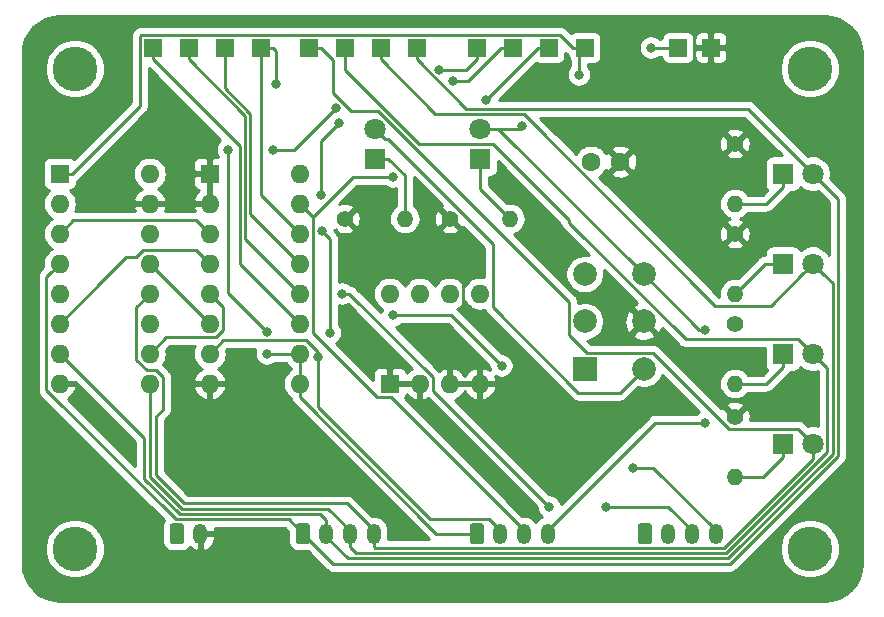
<source format=gbr>
G04 #@! TF.GenerationSoftware,KiCad,Pcbnew,(5.1.2-1)-1*
G04 #@! TF.CreationDate,2019-08-21T21:50:59+10:00*
G04 #@! TF.ProjectId,address-register,61646472-6573-4732-9d72-656769737465,rev?*
G04 #@! TF.SameCoordinates,Original*
G04 #@! TF.FileFunction,Copper,L1,Top*
G04 #@! TF.FilePolarity,Positive*
%FSLAX46Y46*%
G04 Gerber Fmt 4.6, Leading zero omitted, Abs format (unit mm)*
G04 Created by KiCad (PCBNEW (5.1.2-1)-1) date 2019-08-21 21:50:59*
%MOMM*%
%LPD*%
G04 APERTURE LIST*
%ADD10O,1.600000X1.600000*%
%ADD11R,1.600000X1.600000*%
%ADD12O,1.200000X1.750000*%
%ADD13C,0.100000*%
%ADD14C,1.200000*%
%ADD15C,3.790000*%
%ADD16R,1.500000X1.500000*%
%ADD17C,2.000000*%
%ADD18R,2.000000X2.000000*%
%ADD19O,1.400000X1.400000*%
%ADD20C,1.400000*%
%ADD21C,1.800000*%
%ADD22R,1.800000X1.800000*%
%ADD23C,1.600000*%
%ADD24C,0.800000*%
%ADD25C,0.250000*%
%ADD26C,0.254000*%
G04 APERTURE END LIST*
D10*
X26670000Y-30480000D03*
X19050000Y-48260000D03*
X26670000Y-33020000D03*
X19050000Y-45720000D03*
X26670000Y-35560000D03*
X19050000Y-43180000D03*
X26670000Y-38100000D03*
X19050000Y-40640000D03*
X26670000Y-40640000D03*
X19050000Y-38100000D03*
X26670000Y-43180000D03*
X19050000Y-35560000D03*
X26670000Y-45720000D03*
X19050000Y-33020000D03*
X26670000Y-48260000D03*
D11*
X19050000Y-30480000D03*
D12*
X45624000Y-60960000D03*
X43624000Y-60960000D03*
X41624000Y-60960000D03*
D13*
G36*
X39998505Y-60086204D02*
G01*
X40022773Y-60089804D01*
X40046572Y-60095765D01*
X40069671Y-60104030D01*
X40091850Y-60114520D01*
X40112893Y-60127132D01*
X40132599Y-60141747D01*
X40150777Y-60158223D01*
X40167253Y-60176401D01*
X40181868Y-60196107D01*
X40194480Y-60217150D01*
X40204970Y-60239329D01*
X40213235Y-60262428D01*
X40219196Y-60286227D01*
X40222796Y-60310495D01*
X40224000Y-60334999D01*
X40224000Y-61585001D01*
X40222796Y-61609505D01*
X40219196Y-61633773D01*
X40213235Y-61657572D01*
X40204970Y-61680671D01*
X40194480Y-61702850D01*
X40181868Y-61723893D01*
X40167253Y-61743599D01*
X40150777Y-61761777D01*
X40132599Y-61778253D01*
X40112893Y-61792868D01*
X40091850Y-61805480D01*
X40069671Y-61815970D01*
X40046572Y-61824235D01*
X40022773Y-61830196D01*
X39998505Y-61833796D01*
X39974001Y-61835000D01*
X39273999Y-61835000D01*
X39249495Y-61833796D01*
X39225227Y-61830196D01*
X39201428Y-61824235D01*
X39178329Y-61815970D01*
X39156150Y-61805480D01*
X39135107Y-61792868D01*
X39115401Y-61778253D01*
X39097223Y-61761777D01*
X39080747Y-61743599D01*
X39066132Y-61723893D01*
X39053520Y-61702850D01*
X39043030Y-61680671D01*
X39034765Y-61657572D01*
X39028804Y-61633773D01*
X39025204Y-61609505D01*
X39024000Y-61585001D01*
X39024000Y-60334999D01*
X39025204Y-60310495D01*
X39028804Y-60286227D01*
X39034765Y-60262428D01*
X39043030Y-60239329D01*
X39053520Y-60217150D01*
X39066132Y-60196107D01*
X39080747Y-60176401D01*
X39097223Y-60158223D01*
X39115401Y-60141747D01*
X39135107Y-60127132D01*
X39156150Y-60114520D01*
X39178329Y-60104030D01*
X39201428Y-60095765D01*
X39225227Y-60089804D01*
X39249495Y-60086204D01*
X39273999Y-60085000D01*
X39974001Y-60085000D01*
X39998505Y-60086204D01*
X39998505Y-60086204D01*
G37*
D14*
X39624000Y-60960000D03*
D12*
X60356000Y-60960000D03*
X58356000Y-60960000D03*
X56356000Y-60960000D03*
D13*
G36*
X54730505Y-60086204D02*
G01*
X54754773Y-60089804D01*
X54778572Y-60095765D01*
X54801671Y-60104030D01*
X54823850Y-60114520D01*
X54844893Y-60127132D01*
X54864599Y-60141747D01*
X54882777Y-60158223D01*
X54899253Y-60176401D01*
X54913868Y-60196107D01*
X54926480Y-60217150D01*
X54936970Y-60239329D01*
X54945235Y-60262428D01*
X54951196Y-60286227D01*
X54954796Y-60310495D01*
X54956000Y-60334999D01*
X54956000Y-61585001D01*
X54954796Y-61609505D01*
X54951196Y-61633773D01*
X54945235Y-61657572D01*
X54936970Y-61680671D01*
X54926480Y-61702850D01*
X54913868Y-61723893D01*
X54899253Y-61743599D01*
X54882777Y-61761777D01*
X54864599Y-61778253D01*
X54844893Y-61792868D01*
X54823850Y-61805480D01*
X54801671Y-61815970D01*
X54778572Y-61824235D01*
X54754773Y-61830196D01*
X54730505Y-61833796D01*
X54706001Y-61835000D01*
X54005999Y-61835000D01*
X53981495Y-61833796D01*
X53957227Y-61830196D01*
X53933428Y-61824235D01*
X53910329Y-61815970D01*
X53888150Y-61805480D01*
X53867107Y-61792868D01*
X53847401Y-61778253D01*
X53829223Y-61761777D01*
X53812747Y-61743599D01*
X53798132Y-61723893D01*
X53785520Y-61702850D01*
X53775030Y-61680671D01*
X53766765Y-61657572D01*
X53760804Y-61633773D01*
X53757204Y-61609505D01*
X53756000Y-61585001D01*
X53756000Y-60334999D01*
X53757204Y-60310495D01*
X53760804Y-60286227D01*
X53766765Y-60262428D01*
X53775030Y-60239329D01*
X53785520Y-60217150D01*
X53798132Y-60196107D01*
X53812747Y-60176401D01*
X53829223Y-60158223D01*
X53847401Y-60141747D01*
X53867107Y-60127132D01*
X53888150Y-60114520D01*
X53910329Y-60104030D01*
X53933428Y-60095765D01*
X53957227Y-60089804D01*
X53981495Y-60086204D01*
X54005999Y-60085000D01*
X54706001Y-60085000D01*
X54730505Y-60086204D01*
X54730505Y-60086204D01*
G37*
D14*
X54356000Y-60960000D03*
D12*
X74580000Y-60960000D03*
X72580000Y-60960000D03*
X70580000Y-60960000D03*
D13*
G36*
X68954505Y-60086204D02*
G01*
X68978773Y-60089804D01*
X69002572Y-60095765D01*
X69025671Y-60104030D01*
X69047850Y-60114520D01*
X69068893Y-60127132D01*
X69088599Y-60141747D01*
X69106777Y-60158223D01*
X69123253Y-60176401D01*
X69137868Y-60196107D01*
X69150480Y-60217150D01*
X69160970Y-60239329D01*
X69169235Y-60262428D01*
X69175196Y-60286227D01*
X69178796Y-60310495D01*
X69180000Y-60334999D01*
X69180000Y-61585001D01*
X69178796Y-61609505D01*
X69175196Y-61633773D01*
X69169235Y-61657572D01*
X69160970Y-61680671D01*
X69150480Y-61702850D01*
X69137868Y-61723893D01*
X69123253Y-61743599D01*
X69106777Y-61761777D01*
X69088599Y-61778253D01*
X69068893Y-61792868D01*
X69047850Y-61805480D01*
X69025671Y-61815970D01*
X69002572Y-61824235D01*
X68978773Y-61830196D01*
X68954505Y-61833796D01*
X68930001Y-61835000D01*
X68229999Y-61835000D01*
X68205495Y-61833796D01*
X68181227Y-61830196D01*
X68157428Y-61824235D01*
X68134329Y-61815970D01*
X68112150Y-61805480D01*
X68091107Y-61792868D01*
X68071401Y-61778253D01*
X68053223Y-61761777D01*
X68036747Y-61743599D01*
X68022132Y-61723893D01*
X68009520Y-61702850D01*
X67999030Y-61680671D01*
X67990765Y-61657572D01*
X67984804Y-61633773D01*
X67981204Y-61609505D01*
X67980000Y-61585001D01*
X67980000Y-60334999D01*
X67981204Y-60310495D01*
X67984804Y-60286227D01*
X67990765Y-60262428D01*
X67999030Y-60239329D01*
X68009520Y-60217150D01*
X68022132Y-60196107D01*
X68036747Y-60176401D01*
X68053223Y-60158223D01*
X68071401Y-60141747D01*
X68091107Y-60127132D01*
X68112150Y-60114520D01*
X68134329Y-60104030D01*
X68157428Y-60095765D01*
X68181227Y-60089804D01*
X68205495Y-60086204D01*
X68229999Y-60085000D01*
X68930001Y-60085000D01*
X68954505Y-60086204D01*
X68954505Y-60086204D01*
G37*
D14*
X68580000Y-60960000D03*
D12*
X30956000Y-60960000D03*
D13*
G36*
X29330505Y-60086204D02*
G01*
X29354773Y-60089804D01*
X29378572Y-60095765D01*
X29401671Y-60104030D01*
X29423850Y-60114520D01*
X29444893Y-60127132D01*
X29464599Y-60141747D01*
X29482777Y-60158223D01*
X29499253Y-60176401D01*
X29513868Y-60196107D01*
X29526480Y-60217150D01*
X29536970Y-60239329D01*
X29545235Y-60262428D01*
X29551196Y-60286227D01*
X29554796Y-60310495D01*
X29556000Y-60334999D01*
X29556000Y-61585001D01*
X29554796Y-61609505D01*
X29551196Y-61633773D01*
X29545235Y-61657572D01*
X29536970Y-61680671D01*
X29526480Y-61702850D01*
X29513868Y-61723893D01*
X29499253Y-61743599D01*
X29482777Y-61761777D01*
X29464599Y-61778253D01*
X29444893Y-61792868D01*
X29423850Y-61805480D01*
X29401671Y-61815970D01*
X29378572Y-61824235D01*
X29354773Y-61830196D01*
X29330505Y-61833796D01*
X29306001Y-61835000D01*
X28605999Y-61835000D01*
X28581495Y-61833796D01*
X28557227Y-61830196D01*
X28533428Y-61824235D01*
X28510329Y-61815970D01*
X28488150Y-61805480D01*
X28467107Y-61792868D01*
X28447401Y-61778253D01*
X28429223Y-61761777D01*
X28412747Y-61743599D01*
X28398132Y-61723893D01*
X28385520Y-61702850D01*
X28375030Y-61680671D01*
X28366765Y-61657572D01*
X28360804Y-61633773D01*
X28357204Y-61609505D01*
X28356000Y-61585001D01*
X28356000Y-60334999D01*
X28357204Y-60310495D01*
X28360804Y-60286227D01*
X28366765Y-60262428D01*
X28375030Y-60239329D01*
X28385520Y-60217150D01*
X28398132Y-60196107D01*
X28412747Y-60176401D01*
X28429223Y-60158223D01*
X28447401Y-60141747D01*
X28467107Y-60127132D01*
X28488150Y-60114520D01*
X28510329Y-60104030D01*
X28533428Y-60095765D01*
X28557227Y-60089804D01*
X28581495Y-60086204D01*
X28605999Y-60085000D01*
X29306001Y-60085000D01*
X29330505Y-60086204D01*
X29330505Y-60086204D01*
G37*
D14*
X28956000Y-60960000D03*
D15*
X82550000Y-21590000D03*
X82550000Y-62230000D03*
X20320000Y-62230000D03*
X20320000Y-21590000D03*
D10*
X39370000Y-30480000D03*
X31750000Y-48260000D03*
X39370000Y-33020000D03*
X31750000Y-45720000D03*
X39370000Y-35560000D03*
X31750000Y-43180000D03*
X39370000Y-38100000D03*
X31750000Y-40640000D03*
X39370000Y-40640000D03*
X31750000Y-38100000D03*
X39370000Y-43180000D03*
X31750000Y-35560000D03*
X39370000Y-45720000D03*
X31750000Y-33020000D03*
X39370000Y-48260000D03*
D11*
X31750000Y-30480000D03*
D16*
X49276000Y-19812000D03*
X46228000Y-19812000D03*
X43180000Y-19812000D03*
X40132000Y-19812000D03*
X74168000Y-19812000D03*
X63500000Y-19812000D03*
X36068000Y-19812000D03*
X60452000Y-19812000D03*
X33020000Y-19812000D03*
X57404000Y-19812000D03*
X54356000Y-19812000D03*
X29972000Y-19812000D03*
X26924000Y-19812000D03*
D17*
X68500000Y-38990000D03*
X68500000Y-42990000D03*
X68500000Y-46990000D03*
X63500000Y-38990000D03*
X63500000Y-42990000D03*
D18*
X63500000Y-46990000D03*
D10*
X46990000Y-40640000D03*
X54610000Y-48260000D03*
X49530000Y-40640000D03*
X52070000Y-48260000D03*
X52070000Y-40640000D03*
X49530000Y-48260000D03*
X54610000Y-40640000D03*
D11*
X46990000Y-48260000D03*
D19*
X76200000Y-33020000D03*
D20*
X76200000Y-27940000D03*
D19*
X76200000Y-40640000D03*
D20*
X76200000Y-35560000D03*
D19*
X76200000Y-48260000D03*
D20*
X76200000Y-43180000D03*
D19*
X76200000Y-56134000D03*
D20*
X76200000Y-51054000D03*
D19*
X57150000Y-34290000D03*
D20*
X52070000Y-34290000D03*
D19*
X48260000Y-34290000D03*
D20*
X43180000Y-34290000D03*
D21*
X82804000Y-30480000D03*
D22*
X80264000Y-30480000D03*
D21*
X82804000Y-38100000D03*
D22*
X80264000Y-38100000D03*
D21*
X82804000Y-45720000D03*
D22*
X80264000Y-45720000D03*
D21*
X82804000Y-53340000D03*
D22*
X80264000Y-53340000D03*
D21*
X54610000Y-26670000D03*
D22*
X54610000Y-29210000D03*
D21*
X45720000Y-26670000D03*
D22*
X45720000Y-29210000D03*
D23*
X66508000Y-29464000D03*
X64008000Y-29464000D03*
D16*
X71374000Y-19812000D03*
D24*
X69088000Y-19812000D03*
X67564000Y-55372000D03*
X56460001Y-46736000D03*
X47244000Y-42491999D03*
X42926000Y-40640000D03*
X60452000Y-58674000D03*
X65273347Y-58678653D03*
X37338000Y-22860000D03*
X53594000Y-41910000D03*
X53195001Y-35450999D03*
X74168000Y-22098000D03*
X24892000Y-53086000D03*
X60521001Y-35450999D03*
X52324000Y-22606000D03*
X42672000Y-26162000D03*
X41148000Y-32258000D03*
X41220001Y-35306000D03*
X41910000Y-43942000D03*
X40894000Y-45974000D03*
X47244000Y-30734000D03*
X55118000Y-24269989D03*
X58166000Y-26416000D03*
X62992000Y-22098000D03*
X73660000Y-43688000D03*
X73660000Y-51562000D03*
X36576000Y-45720000D03*
X36576000Y-43869999D03*
X33274000Y-28448000D03*
X37084000Y-28448000D03*
X42413347Y-24896653D03*
X51193653Y-21704347D03*
D25*
X71374000Y-19812000D02*
X69088000Y-19812000D01*
X43348960Y-58409960D02*
X45624000Y-60685000D01*
X25544999Y-41765001D02*
X25544999Y-46260001D01*
X29582370Y-58409960D02*
X43348960Y-58409960D01*
X27178000Y-51054000D02*
X27178000Y-56005590D01*
X27795001Y-47719999D02*
X27795001Y-50436999D01*
X27210001Y-47134999D02*
X27795001Y-47719999D01*
X26419997Y-47134999D02*
X27210001Y-47134999D01*
X27178000Y-56005590D02*
X29582370Y-58409960D01*
X27795001Y-50436999D02*
X27178000Y-51054000D01*
X45624000Y-60685000D02*
X45624000Y-60960000D01*
X25544999Y-46260001D02*
X26419997Y-47134999D01*
X26670000Y-40640000D02*
X25544999Y-41765001D01*
X82804000Y-54612792D02*
X82804000Y-53340000D01*
X75256782Y-62160010D02*
X82804000Y-54612792D01*
X45624000Y-62085000D02*
X45699010Y-62160010D01*
X45699010Y-62160010D02*
X75256782Y-62160010D01*
X45624000Y-60960000D02*
X45624000Y-62085000D01*
X41132000Y-19812000D02*
X42164000Y-20844000D01*
X40132000Y-19812000D02*
X41132000Y-19812000D01*
X42164000Y-20844000D02*
X42164000Y-23622000D01*
X81904001Y-52440001D02*
X82804000Y-53340000D01*
X69293997Y-45664999D02*
X75707999Y-52079001D01*
X81543001Y-52079001D02*
X81904001Y-52440001D01*
X63698999Y-45664999D02*
X69293997Y-45664999D01*
X62174999Y-44140999D02*
X63698999Y-45664999D01*
X62174999Y-41311997D02*
X62174999Y-44140999D01*
X75707999Y-52079001D02*
X81543001Y-52079001D01*
X46009002Y-25146000D02*
X62174999Y-41311997D01*
X43688000Y-25146000D02*
X46009002Y-25146000D01*
X42164000Y-23622000D02*
X43688000Y-25146000D01*
X26670000Y-48260000D02*
X26670000Y-56134000D01*
X26670000Y-56134000D02*
X29395970Y-58859970D01*
X43624000Y-60685000D02*
X43624000Y-60960000D01*
X41798970Y-58859970D02*
X43624000Y-60685000D01*
X29395970Y-58859970D02*
X41798970Y-58859970D01*
X83703999Y-46619999D02*
X82804000Y-45720000D01*
X84029001Y-46945001D02*
X83703999Y-46619999D01*
X84029001Y-54024201D02*
X84029001Y-46945001D01*
X75443183Y-62610019D02*
X84029001Y-54024201D01*
X43624000Y-62085000D02*
X44149019Y-62610019D01*
X44149019Y-62610019D02*
X75443183Y-62610019D01*
X43624000Y-60960000D02*
X43624000Y-62085000D01*
X81578999Y-44494999D02*
X81904001Y-44820001D01*
X62174999Y-34626001D02*
X72043997Y-44494999D01*
X62174999Y-34389997D02*
X62174999Y-34626001D01*
X55770001Y-27984999D02*
X62174999Y-34389997D01*
X49484411Y-27984999D02*
X55770001Y-27984999D01*
X43180000Y-21680588D02*
X49484411Y-27984999D01*
X81904001Y-44820001D02*
X82804000Y-45720000D01*
X72043997Y-44494999D02*
X81578999Y-44494999D01*
X43180000Y-19812000D02*
X43180000Y-21680588D01*
X26219990Y-52889990D02*
X19050000Y-45720000D01*
X26219990Y-56320400D02*
X26219990Y-52889990D01*
X29209569Y-59309979D02*
X26219990Y-56320400D01*
X41098980Y-59309980D02*
X29209569Y-59309979D01*
X41624000Y-59835000D02*
X41098980Y-59309980D01*
X41624000Y-60960000D02*
X41624000Y-59835000D01*
X83703999Y-38999999D02*
X82804000Y-38100000D01*
X84479011Y-39775011D02*
X83703999Y-38999999D01*
X84479011Y-54210601D02*
X84479011Y-39775011D01*
X75629584Y-63060028D02*
X84479011Y-54210601D01*
X43449028Y-63060028D02*
X75629584Y-63060028D01*
X41624000Y-61235000D02*
X43449028Y-63060028D01*
X41624000Y-60960000D02*
X41624000Y-61235000D01*
X81904001Y-38999999D02*
X82804000Y-38100000D01*
X79238999Y-41665001D02*
X81904001Y-38999999D01*
X74543999Y-41665001D02*
X79238999Y-41665001D01*
X58323997Y-25444999D02*
X74543999Y-41665001D01*
X50860999Y-25444999D02*
X58323997Y-25444999D01*
X46228000Y-20812000D02*
X50860999Y-25444999D01*
X46228000Y-19812000D02*
X46228000Y-20812000D01*
X18250001Y-38899999D02*
X19050000Y-38100000D01*
X17924999Y-48800001D02*
X17924999Y-39225001D01*
X28884988Y-59759990D02*
X17924999Y-48800001D01*
X38423990Y-59759990D02*
X28884988Y-59759990D01*
X17924999Y-39225001D02*
X18250001Y-38899999D01*
X39624000Y-60960000D02*
X38423990Y-59759990D01*
X84929021Y-32605021D02*
X83703999Y-31379999D01*
X75815985Y-63510037D02*
X84929021Y-54397001D01*
X42174038Y-63510038D02*
X75815985Y-63510037D01*
X83703999Y-31379999D02*
X82804000Y-30480000D01*
X84929021Y-54397001D02*
X84929021Y-32605021D01*
X39624000Y-60960000D02*
X42174038Y-63510038D01*
X77318989Y-24994989D02*
X82804000Y-30480000D01*
X49276000Y-20812000D02*
X53458989Y-24994989D01*
X53458989Y-24994989D02*
X77318989Y-24994989D01*
X49276000Y-19812000D02*
X49276000Y-20812000D01*
X26924000Y-20812000D02*
X34290000Y-28178000D01*
X26924000Y-19812000D02*
X26924000Y-20812000D01*
X34290000Y-38100000D02*
X39370000Y-43180000D01*
X34290000Y-28178000D02*
X34290000Y-38100000D01*
X68992000Y-55372000D02*
X67564000Y-55372000D01*
X69267000Y-55372000D02*
X68992000Y-55372000D01*
X74580000Y-60685000D02*
X69267000Y-55372000D01*
X74580000Y-60960000D02*
X74580000Y-60685000D01*
X52216000Y-42491999D02*
X47244000Y-42491999D01*
X56460001Y-46736000D02*
X52216000Y-42491999D01*
X29972000Y-20812000D02*
X29972000Y-19812000D01*
X34740010Y-25580010D02*
X29972000Y-20812000D01*
X34740010Y-36010010D02*
X34740010Y-25580010D01*
X39370000Y-40640000D02*
X34740010Y-36010010D01*
X50655001Y-47719999D02*
X50655001Y-48877001D01*
X50655001Y-48877001D02*
X60452000Y-58674000D01*
X43575002Y-40640000D02*
X50655001Y-47719999D01*
X42926000Y-40640000D02*
X43575002Y-40640000D01*
X72580000Y-60685000D02*
X72580000Y-60960000D01*
X70573653Y-58678653D02*
X72580000Y-60685000D01*
X65273347Y-58678653D02*
X70573653Y-58678653D01*
X33020000Y-23223590D02*
X35190020Y-25393610D01*
X33020000Y-19812000D02*
X33020000Y-23223590D01*
X35190020Y-33920020D02*
X39370000Y-38100000D01*
X35190020Y-25393610D02*
X35190020Y-33920020D01*
X36068000Y-32258000D02*
X36068000Y-19812000D01*
X39370000Y-35560000D02*
X36068000Y-32258000D01*
X37068000Y-19812000D02*
X36068000Y-19812000D01*
X37338000Y-20082000D02*
X37068000Y-19812000D01*
X37338000Y-22860000D02*
X37338000Y-20082000D01*
X53195001Y-41511001D02*
X53594000Y-41910000D01*
X53195001Y-35415001D02*
X53195001Y-35450999D01*
X52070000Y-34290000D02*
X53195001Y-35415001D01*
X53195001Y-35450999D02*
X53195001Y-41511001D01*
X74168000Y-22098000D02*
X74168000Y-19812000D01*
X56356000Y-60685000D02*
X56356000Y-60960000D01*
X55430990Y-59759990D02*
X56356000Y-60685000D01*
X50375030Y-59759990D02*
X55430990Y-59759990D01*
X40894000Y-50278960D02*
X50375030Y-59759990D01*
X31750000Y-45720000D02*
X32875001Y-44594999D01*
X39910001Y-44594999D02*
X40894000Y-45578998D01*
X32875001Y-44594999D02*
X39910001Y-44594999D01*
X53610000Y-22606000D02*
X52324000Y-22606000D01*
X56404000Y-19812000D02*
X53610000Y-22606000D01*
X57404000Y-19812000D02*
X56404000Y-19812000D01*
X41148000Y-27686000D02*
X41148000Y-32258000D01*
X42672000Y-26162000D02*
X41148000Y-27686000D01*
X41910000Y-35995999D02*
X41910000Y-43942000D01*
X41220001Y-35306000D02*
X41910000Y-35995999D01*
X40894000Y-45974000D02*
X40894000Y-50278960D01*
X40894000Y-45578998D02*
X40894000Y-45974000D01*
X40169999Y-33819999D02*
X39370000Y-33020000D01*
X40495001Y-34145001D02*
X40169999Y-33819999D01*
X40495001Y-43950003D02*
X40495001Y-34145001D01*
X47056001Y-49385001D02*
X45929999Y-49385001D01*
X58356000Y-60685000D02*
X47056001Y-49385001D01*
X45929999Y-49385001D02*
X40495001Y-43950003D01*
X58356000Y-60960000D02*
X58356000Y-60685000D01*
X43906002Y-30734000D02*
X47244000Y-30734000D01*
X40495001Y-34145001D02*
X43906002Y-30734000D01*
X59575989Y-19812000D02*
X60452000Y-19812000D01*
X55118000Y-24269989D02*
X59575989Y-19812000D01*
X56180000Y-26670000D02*
X68500000Y-38990000D01*
X54610000Y-26670000D02*
X56180000Y-26670000D01*
X57912000Y-26670000D02*
X58166000Y-26416000D01*
X56180000Y-26670000D02*
X57912000Y-26670000D01*
X62992000Y-20320000D02*
X63500000Y-19812000D01*
X62992000Y-22098000D02*
X62992000Y-20320000D01*
X62500000Y-19812000D02*
X63500000Y-19812000D01*
X61424999Y-18736999D02*
X62500000Y-19812000D01*
X25913999Y-18736999D02*
X61424999Y-18736999D01*
X25848999Y-18801999D02*
X25913999Y-18736999D01*
X25848999Y-24731001D02*
X25848999Y-18801999D01*
X20100000Y-30480000D02*
X25848999Y-24731001D01*
X19050000Y-30480000D02*
X20100000Y-30480000D01*
X73198000Y-43688000D02*
X73660000Y-43688000D01*
X68500000Y-38990000D02*
X73198000Y-43688000D01*
X60356000Y-60685000D02*
X60356000Y-60960000D01*
X69479000Y-51562000D02*
X60356000Y-60685000D01*
X73660000Y-51562000D02*
X69479000Y-51562000D01*
X39370000Y-45720000D02*
X39370000Y-48260000D01*
X53656000Y-60960000D02*
X54356000Y-60960000D01*
X50938630Y-60960000D02*
X53656000Y-60960000D01*
X39370000Y-49391370D02*
X50938630Y-60960000D01*
X39370000Y-48260000D02*
X39370000Y-49391370D01*
X39370000Y-45720000D02*
X36576000Y-45720000D01*
X33274000Y-40567999D02*
X33274000Y-28448000D01*
X36576000Y-43869999D02*
X33274000Y-40567999D01*
X38862000Y-28448000D02*
X42413347Y-24896653D01*
X37084000Y-28448000D02*
X38862000Y-28448000D01*
X54356000Y-20812000D02*
X54356000Y-19812000D01*
X53463653Y-21704347D02*
X54356000Y-20812000D01*
X51193653Y-21704347D02*
X53463653Y-21704347D01*
X46619999Y-27569999D02*
X45720000Y-26670000D01*
X46867001Y-27569999D02*
X46619999Y-27569999D01*
X55735001Y-36437999D02*
X46867001Y-27569999D01*
X55735001Y-41810003D02*
X55735001Y-36437999D01*
X62946998Y-49022000D02*
X55735001Y-41810003D01*
X66468000Y-49022000D02*
X62946998Y-49022000D01*
X68500000Y-46990000D02*
X66468000Y-49022000D01*
X46870000Y-29210000D02*
X45720000Y-29210000D01*
X48260000Y-30600000D02*
X46870000Y-29210000D01*
X48260000Y-34290000D02*
X48260000Y-30600000D01*
X54610000Y-31750000D02*
X57150000Y-34290000D01*
X54610000Y-29210000D02*
X54610000Y-31750000D01*
X80264000Y-54490000D02*
X80264000Y-53340000D01*
X78620000Y-56134000D02*
X80264000Y-54490000D01*
X76200000Y-56134000D02*
X78620000Y-56134000D01*
X80264000Y-46870000D02*
X80264000Y-45720000D01*
X78874000Y-48260000D02*
X80264000Y-46870000D01*
X76200000Y-48260000D02*
X78874000Y-48260000D01*
X78740000Y-38100000D02*
X80264000Y-38100000D01*
X76200000Y-40640000D02*
X78740000Y-38100000D01*
X78874000Y-33020000D02*
X80264000Y-31630000D01*
X80264000Y-31630000D02*
X80264000Y-30480000D01*
X76200000Y-33020000D02*
X78874000Y-33020000D01*
X30950001Y-42380001D02*
X26670000Y-38100000D01*
X31750000Y-43180000D02*
X30950001Y-42380001D01*
X32549999Y-41439999D02*
X31750000Y-40640000D01*
X32875001Y-43720001D02*
X32875001Y-41765001D01*
X32875001Y-41765001D02*
X32549999Y-41439999D01*
X28084999Y-44305001D02*
X32290001Y-44305001D01*
X32290001Y-44305001D02*
X32875001Y-43720001D01*
X26670000Y-45720000D02*
X28084999Y-44305001D01*
X22715001Y-39514999D02*
X19050000Y-43180000D01*
X31750000Y-38100000D02*
X30624999Y-36974999D01*
X24670001Y-37559999D02*
X22715001Y-39514999D01*
X30624999Y-36974999D02*
X26129999Y-36974999D01*
X25544999Y-37559999D02*
X24670001Y-37559999D01*
X26129999Y-36974999D02*
X25544999Y-37559999D01*
X30624999Y-34434999D02*
X30950001Y-34760001D01*
X20175001Y-34434999D02*
X30624999Y-34434999D01*
X30950001Y-34760001D02*
X31750000Y-35560000D01*
X19050000Y-35560000D02*
X20175001Y-34434999D01*
D26*
G36*
X84431222Y-17233096D02*
G01*
X85019164Y-17410606D01*
X85561436Y-17698937D01*
X86037364Y-18087094D01*
X86428845Y-18560314D01*
X86720951Y-19100552D01*
X86902563Y-19687244D01*
X86970000Y-20328879D01*
X86970001Y-63467711D01*
X86906904Y-64111221D01*
X86729394Y-64699164D01*
X86441063Y-65241436D01*
X86052906Y-65717364D01*
X85579686Y-66108845D01*
X85039449Y-66400950D01*
X84452756Y-66582563D01*
X83811130Y-66650000D01*
X19082279Y-66650000D01*
X18438779Y-66586904D01*
X17850836Y-66409394D01*
X17308564Y-66121063D01*
X16832636Y-65732906D01*
X16441155Y-65259686D01*
X16149050Y-64719449D01*
X15967437Y-64132756D01*
X15900000Y-63491130D01*
X15900000Y-61980817D01*
X17790000Y-61980817D01*
X17790000Y-62479183D01*
X17887226Y-62967974D01*
X18077943Y-63428405D01*
X18354820Y-63842781D01*
X18707219Y-64195180D01*
X19121595Y-64472057D01*
X19582026Y-64662774D01*
X20070817Y-64760000D01*
X20569183Y-64760000D01*
X21057974Y-64662774D01*
X21518405Y-64472057D01*
X21932781Y-64195180D01*
X22285180Y-63842781D01*
X22562057Y-63428405D01*
X22752774Y-62967974D01*
X22850000Y-62479183D01*
X22850000Y-61980817D01*
X22752774Y-61492026D01*
X22562057Y-61031595D01*
X22285180Y-60617219D01*
X21932781Y-60264820D01*
X21518405Y-59987943D01*
X21057974Y-59797226D01*
X20569183Y-59700000D01*
X20070817Y-59700000D01*
X19582026Y-59797226D01*
X19121595Y-59987943D01*
X18707219Y-60264820D01*
X18354820Y-60617219D01*
X18077943Y-61031595D01*
X17887226Y-61492026D01*
X17790000Y-61980817D01*
X15900000Y-61980817D01*
X15900000Y-39225001D01*
X17161323Y-39225001D01*
X17165000Y-39262333D01*
X17164999Y-48762679D01*
X17161323Y-48800001D01*
X17164999Y-48837323D01*
X17164999Y-48837333D01*
X17175996Y-48948986D01*
X17199354Y-49025987D01*
X17219453Y-49092247D01*
X17290025Y-49224277D01*
X17329870Y-49272827D01*
X17384998Y-49340002D01*
X17414002Y-49363805D01*
X27878510Y-59828314D01*
X27867595Y-59841613D01*
X27785528Y-59995149D01*
X27734992Y-60161745D01*
X27717928Y-60334999D01*
X27717928Y-61585001D01*
X27734992Y-61758255D01*
X27785528Y-61924851D01*
X27867595Y-62078387D01*
X27978038Y-62212962D01*
X28112613Y-62323405D01*
X28266149Y-62405472D01*
X28432745Y-62456008D01*
X28605999Y-62473072D01*
X29306001Y-62473072D01*
X29479255Y-62456008D01*
X29645851Y-62405472D01*
X29799387Y-62323405D01*
X29933962Y-62212962D01*
X30044405Y-62078387D01*
X30046967Y-62073594D01*
X30172526Y-62198078D01*
X30375467Y-62332421D01*
X30600718Y-62424591D01*
X30638391Y-62428462D01*
X30829000Y-62303731D01*
X30829000Y-61087000D01*
X31083000Y-61087000D01*
X31083000Y-62303731D01*
X31273609Y-62428462D01*
X31311282Y-62424591D01*
X31536533Y-62332421D01*
X31739474Y-62198078D01*
X31912307Y-62026725D01*
X32048390Y-61824946D01*
X32142493Y-61600496D01*
X32191000Y-61362000D01*
X32191000Y-61087000D01*
X31083000Y-61087000D01*
X30829000Y-61087000D01*
X30809000Y-61087000D01*
X30809000Y-60833000D01*
X30829000Y-60833000D01*
X30829000Y-60813000D01*
X31083000Y-60813000D01*
X31083000Y-60833000D01*
X32191000Y-60833000D01*
X32191000Y-60558000D01*
X32183269Y-60519990D01*
X38109189Y-60519990D01*
X38385928Y-60796730D01*
X38385928Y-61585001D01*
X38402992Y-61758255D01*
X38453528Y-61924851D01*
X38535595Y-62078387D01*
X38646038Y-62212962D01*
X38780613Y-62323405D01*
X38934149Y-62405472D01*
X39100745Y-62456008D01*
X39273999Y-62473072D01*
X39974001Y-62473072D01*
X40054356Y-62465158D01*
X41610244Y-64021046D01*
X41634038Y-64050039D01*
X41663031Y-64073833D01*
X41663035Y-64073837D01*
X41749761Y-64145011D01*
X41749763Y-64145012D01*
X41881792Y-64215584D01*
X42025053Y-64259041D01*
X42136706Y-64270038D01*
X42136714Y-64270038D01*
X42174037Y-64273714D01*
X42211360Y-64270038D01*
X75778652Y-64270036D01*
X75815985Y-64273713D01*
X75853318Y-64270036D01*
X75964971Y-64259039D01*
X76008427Y-64245857D01*
X76108231Y-64215583D01*
X76240261Y-64145011D01*
X76326987Y-64073836D01*
X76326988Y-64073835D01*
X76355986Y-64050037D01*
X76379784Y-64021039D01*
X78420006Y-61980817D01*
X80020000Y-61980817D01*
X80020000Y-62479183D01*
X80117226Y-62967974D01*
X80307943Y-63428405D01*
X80584820Y-63842781D01*
X80937219Y-64195180D01*
X81351595Y-64472057D01*
X81812026Y-64662774D01*
X82300817Y-64760000D01*
X82799183Y-64760000D01*
X83287974Y-64662774D01*
X83748405Y-64472057D01*
X84162781Y-64195180D01*
X84515180Y-63842781D01*
X84792057Y-63428405D01*
X84982774Y-62967974D01*
X85080000Y-62479183D01*
X85080000Y-61980817D01*
X84982774Y-61492026D01*
X84792057Y-61031595D01*
X84515180Y-60617219D01*
X84162781Y-60264820D01*
X83748405Y-59987943D01*
X83287974Y-59797226D01*
X82799183Y-59700000D01*
X82300817Y-59700000D01*
X81812026Y-59797226D01*
X81351595Y-59987943D01*
X80937219Y-60264820D01*
X80584820Y-60617219D01*
X80307943Y-61031595D01*
X80117226Y-61492026D01*
X80020000Y-61980817D01*
X78420006Y-61980817D01*
X85440025Y-54960799D01*
X85469022Y-54937002D01*
X85527446Y-54865812D01*
X85563995Y-54821278D01*
X85634567Y-54689248D01*
X85643689Y-54659175D01*
X85678024Y-54545987D01*
X85689021Y-54434334D01*
X85689021Y-54434325D01*
X85692697Y-54397002D01*
X85689021Y-54359679D01*
X85689021Y-32642346D01*
X85692697Y-32605021D01*
X85689021Y-32567696D01*
X85689021Y-32567688D01*
X85678024Y-32456035D01*
X85634567Y-32312774D01*
X85563995Y-32180745D01*
X85469022Y-32065020D01*
X85440024Y-32041222D01*
X84287731Y-30888930D01*
X84339000Y-30631184D01*
X84339000Y-30328816D01*
X84280011Y-30032257D01*
X84164299Y-29752905D01*
X83996312Y-29501495D01*
X83782505Y-29287688D01*
X83531095Y-29119701D01*
X83251743Y-29003989D01*
X82955184Y-28945000D01*
X82652816Y-28945000D01*
X82395070Y-28996269D01*
X77882793Y-24483992D01*
X77858990Y-24454988D01*
X77743265Y-24360015D01*
X77611236Y-24289443D01*
X77467975Y-24245986D01*
X77356322Y-24234989D01*
X77356311Y-24234989D01*
X77318989Y-24231313D01*
X77281667Y-24234989D01*
X56227801Y-24234989D01*
X59362330Y-21100461D01*
X59457820Y-21151502D01*
X59577518Y-21187812D01*
X59702000Y-21200072D01*
X61202000Y-21200072D01*
X61326482Y-21187812D01*
X61446180Y-21151502D01*
X61556494Y-21092537D01*
X61653185Y-21013185D01*
X61732537Y-20916494D01*
X61791502Y-20806180D01*
X61827812Y-20686482D01*
X61840072Y-20562000D01*
X61840072Y-20226874D01*
X61936200Y-20323002D01*
X61959999Y-20352001D01*
X61988997Y-20375799D01*
X62075723Y-20446974D01*
X62111928Y-20466326D01*
X62111928Y-20562000D01*
X62124188Y-20686482D01*
X62160498Y-20806180D01*
X62219463Y-20916494D01*
X62232001Y-20931771D01*
X62232000Y-21394289D01*
X62188063Y-21438226D01*
X62074795Y-21607744D01*
X61996774Y-21796102D01*
X61957000Y-21996061D01*
X61957000Y-22199939D01*
X61996774Y-22399898D01*
X62074795Y-22588256D01*
X62188063Y-22757774D01*
X62332226Y-22901937D01*
X62501744Y-23015205D01*
X62690102Y-23093226D01*
X62890061Y-23133000D01*
X63093939Y-23133000D01*
X63293898Y-23093226D01*
X63482256Y-23015205D01*
X63651774Y-22901937D01*
X63795937Y-22757774D01*
X63909205Y-22588256D01*
X63987226Y-22399898D01*
X64027000Y-22199939D01*
X64027000Y-21996061D01*
X63987226Y-21796102D01*
X63909205Y-21607744D01*
X63795937Y-21438226D01*
X63752000Y-21394289D01*
X63752000Y-21340817D01*
X80020000Y-21340817D01*
X80020000Y-21839183D01*
X80117226Y-22327974D01*
X80307943Y-22788405D01*
X80584820Y-23202781D01*
X80937219Y-23555180D01*
X81351595Y-23832057D01*
X81812026Y-24022774D01*
X82300817Y-24120000D01*
X82799183Y-24120000D01*
X83287974Y-24022774D01*
X83748405Y-23832057D01*
X84162781Y-23555180D01*
X84515180Y-23202781D01*
X84792057Y-22788405D01*
X84982774Y-22327974D01*
X85080000Y-21839183D01*
X85080000Y-21340817D01*
X84982774Y-20852026D01*
X84792057Y-20391595D01*
X84515180Y-19977219D01*
X84162781Y-19624820D01*
X83748405Y-19347943D01*
X83287974Y-19157226D01*
X82799183Y-19060000D01*
X82300817Y-19060000D01*
X81812026Y-19157226D01*
X81351595Y-19347943D01*
X80937219Y-19624820D01*
X80584820Y-19977219D01*
X80307943Y-20391595D01*
X80117226Y-20852026D01*
X80020000Y-21340817D01*
X63752000Y-21340817D01*
X63752000Y-21200072D01*
X64250000Y-21200072D01*
X64374482Y-21187812D01*
X64494180Y-21151502D01*
X64604494Y-21092537D01*
X64701185Y-21013185D01*
X64780537Y-20916494D01*
X64839502Y-20806180D01*
X64875812Y-20686482D01*
X64888072Y-20562000D01*
X64888072Y-19710061D01*
X68053000Y-19710061D01*
X68053000Y-19913939D01*
X68092774Y-20113898D01*
X68170795Y-20302256D01*
X68284063Y-20471774D01*
X68428226Y-20615937D01*
X68597744Y-20729205D01*
X68786102Y-20807226D01*
X68986061Y-20847000D01*
X69189939Y-20847000D01*
X69389898Y-20807226D01*
X69578256Y-20729205D01*
X69747774Y-20615937D01*
X69791711Y-20572000D01*
X69986913Y-20572000D01*
X69998188Y-20686482D01*
X70034498Y-20806180D01*
X70093463Y-20916494D01*
X70172815Y-21013185D01*
X70269506Y-21092537D01*
X70379820Y-21151502D01*
X70499518Y-21187812D01*
X70624000Y-21200072D01*
X72124000Y-21200072D01*
X72248482Y-21187812D01*
X72368180Y-21151502D01*
X72478494Y-21092537D01*
X72575185Y-21013185D01*
X72654537Y-20916494D01*
X72713502Y-20806180D01*
X72749812Y-20686482D01*
X72762072Y-20562000D01*
X72779928Y-20562000D01*
X72792188Y-20686482D01*
X72828498Y-20806180D01*
X72887463Y-20916494D01*
X72966815Y-21013185D01*
X73063506Y-21092537D01*
X73173820Y-21151502D01*
X73293518Y-21187812D01*
X73418000Y-21200072D01*
X73882250Y-21197000D01*
X74041000Y-21038250D01*
X74041000Y-19939000D01*
X74295000Y-19939000D01*
X74295000Y-21038250D01*
X74453750Y-21197000D01*
X74918000Y-21200072D01*
X75042482Y-21187812D01*
X75162180Y-21151502D01*
X75272494Y-21092537D01*
X75369185Y-21013185D01*
X75448537Y-20916494D01*
X75507502Y-20806180D01*
X75543812Y-20686482D01*
X75556072Y-20562000D01*
X75553000Y-20097750D01*
X75394250Y-19939000D01*
X74295000Y-19939000D01*
X74041000Y-19939000D01*
X72941750Y-19939000D01*
X72783000Y-20097750D01*
X72779928Y-20562000D01*
X72762072Y-20562000D01*
X72762072Y-19062000D01*
X72779928Y-19062000D01*
X72783000Y-19526250D01*
X72941750Y-19685000D01*
X74041000Y-19685000D01*
X74041000Y-18585750D01*
X74295000Y-18585750D01*
X74295000Y-19685000D01*
X75394250Y-19685000D01*
X75553000Y-19526250D01*
X75556072Y-19062000D01*
X75543812Y-18937518D01*
X75507502Y-18817820D01*
X75448537Y-18707506D01*
X75369185Y-18610815D01*
X75272494Y-18531463D01*
X75162180Y-18472498D01*
X75042482Y-18436188D01*
X74918000Y-18423928D01*
X74453750Y-18427000D01*
X74295000Y-18585750D01*
X74041000Y-18585750D01*
X73882250Y-18427000D01*
X73418000Y-18423928D01*
X73293518Y-18436188D01*
X73173820Y-18472498D01*
X73063506Y-18531463D01*
X72966815Y-18610815D01*
X72887463Y-18707506D01*
X72828498Y-18817820D01*
X72792188Y-18937518D01*
X72779928Y-19062000D01*
X72762072Y-19062000D01*
X72749812Y-18937518D01*
X72713502Y-18817820D01*
X72654537Y-18707506D01*
X72575185Y-18610815D01*
X72478494Y-18531463D01*
X72368180Y-18472498D01*
X72248482Y-18436188D01*
X72124000Y-18423928D01*
X70624000Y-18423928D01*
X70499518Y-18436188D01*
X70379820Y-18472498D01*
X70269506Y-18531463D01*
X70172815Y-18610815D01*
X70093463Y-18707506D01*
X70034498Y-18817820D01*
X69998188Y-18937518D01*
X69986913Y-19052000D01*
X69791711Y-19052000D01*
X69747774Y-19008063D01*
X69578256Y-18894795D01*
X69389898Y-18816774D01*
X69189939Y-18777000D01*
X68986061Y-18777000D01*
X68786102Y-18816774D01*
X68597744Y-18894795D01*
X68428226Y-19008063D01*
X68284063Y-19152226D01*
X68170795Y-19321744D01*
X68092774Y-19510102D01*
X68053000Y-19710061D01*
X64888072Y-19710061D01*
X64888072Y-19062000D01*
X64875812Y-18937518D01*
X64839502Y-18817820D01*
X64780537Y-18707506D01*
X64701185Y-18610815D01*
X64604494Y-18531463D01*
X64494180Y-18472498D01*
X64374482Y-18436188D01*
X64250000Y-18423928D01*
X62750000Y-18423928D01*
X62625518Y-18436188D01*
X62505820Y-18472498D01*
X62395506Y-18531463D01*
X62339899Y-18577098D01*
X61988803Y-18226001D01*
X61965000Y-18196998D01*
X61849275Y-18102025D01*
X61717246Y-18031453D01*
X61573985Y-17987996D01*
X61462332Y-17976999D01*
X61462321Y-17976999D01*
X61424999Y-17973323D01*
X61387677Y-17976999D01*
X25951322Y-17976999D01*
X25913999Y-17973323D01*
X25876677Y-17976999D01*
X25876666Y-17976999D01*
X25765013Y-17987996D01*
X25621752Y-18031453D01*
X25489723Y-18102025D01*
X25373998Y-18196998D01*
X25350195Y-18226002D01*
X25337997Y-18238200D01*
X25308999Y-18261998D01*
X25285201Y-18290996D01*
X25285200Y-18290997D01*
X25214025Y-18377723D01*
X25143453Y-18509753D01*
X25099997Y-18653014D01*
X25085323Y-18801999D01*
X25089000Y-18839331D01*
X25088999Y-24416199D01*
X20287563Y-29217636D01*
X20204494Y-29149463D01*
X20094180Y-29090498D01*
X19974482Y-29054188D01*
X19850000Y-29041928D01*
X18250000Y-29041928D01*
X18125518Y-29054188D01*
X18005820Y-29090498D01*
X17895506Y-29149463D01*
X17798815Y-29228815D01*
X17719463Y-29325506D01*
X17660498Y-29435820D01*
X17624188Y-29555518D01*
X17611928Y-29680000D01*
X17611928Y-31280000D01*
X17624188Y-31404482D01*
X17660498Y-31524180D01*
X17719463Y-31634494D01*
X17798815Y-31731185D01*
X17895506Y-31810537D01*
X18005820Y-31869502D01*
X18125518Y-31905812D01*
X18143482Y-31907581D01*
X18030392Y-32000392D01*
X17851068Y-32218899D01*
X17717818Y-32468192D01*
X17635764Y-32738691D01*
X17608057Y-33020000D01*
X17635764Y-33301309D01*
X17717818Y-33571808D01*
X17851068Y-33821101D01*
X18030392Y-34039608D01*
X18248899Y-34218932D01*
X18381858Y-34290000D01*
X18248899Y-34361068D01*
X18030392Y-34540392D01*
X17851068Y-34758899D01*
X17717818Y-35008192D01*
X17635764Y-35278691D01*
X17608057Y-35560000D01*
X17635764Y-35841309D01*
X17717818Y-36111808D01*
X17851068Y-36361101D01*
X18030392Y-36579608D01*
X18248899Y-36758932D01*
X18381858Y-36830000D01*
X18248899Y-36901068D01*
X18030392Y-37080392D01*
X17851068Y-37298899D01*
X17717818Y-37548192D01*
X17635764Y-37818691D01*
X17608057Y-38100000D01*
X17635764Y-38381309D01*
X17649292Y-38425907D01*
X17413997Y-38661202D01*
X17384999Y-38685000D01*
X17361201Y-38713998D01*
X17361200Y-38713999D01*
X17290025Y-38800725D01*
X17219453Y-38932755D01*
X17175997Y-39076016D01*
X17161323Y-39225001D01*
X15900000Y-39225001D01*
X15900000Y-21340817D01*
X17790000Y-21340817D01*
X17790000Y-21839183D01*
X17887226Y-22327974D01*
X18077943Y-22788405D01*
X18354820Y-23202781D01*
X18707219Y-23555180D01*
X19121595Y-23832057D01*
X19582026Y-24022774D01*
X20070817Y-24120000D01*
X20569183Y-24120000D01*
X21057974Y-24022774D01*
X21518405Y-23832057D01*
X21932781Y-23555180D01*
X22285180Y-23202781D01*
X22562057Y-22788405D01*
X22752774Y-22327974D01*
X22850000Y-21839183D01*
X22850000Y-21340817D01*
X22752774Y-20852026D01*
X22562057Y-20391595D01*
X22285180Y-19977219D01*
X21932781Y-19624820D01*
X21518405Y-19347943D01*
X21057974Y-19157226D01*
X20569183Y-19060000D01*
X20070817Y-19060000D01*
X19582026Y-19157226D01*
X19121595Y-19347943D01*
X18707219Y-19624820D01*
X18354820Y-19977219D01*
X18077943Y-20391595D01*
X17887226Y-20852026D01*
X17790000Y-21340817D01*
X15900000Y-21340817D01*
X15900000Y-20352279D01*
X15963096Y-19708778D01*
X16140606Y-19120836D01*
X16428937Y-18578564D01*
X16817094Y-18102636D01*
X17290314Y-17711155D01*
X17830552Y-17419049D01*
X18417244Y-17237437D01*
X19058879Y-17170000D01*
X83787721Y-17170000D01*
X84431222Y-17233096D01*
X84431222Y-17233096D01*
G37*
X84431222Y-17233096D02*
X85019164Y-17410606D01*
X85561436Y-17698937D01*
X86037364Y-18087094D01*
X86428845Y-18560314D01*
X86720951Y-19100552D01*
X86902563Y-19687244D01*
X86970000Y-20328879D01*
X86970001Y-63467711D01*
X86906904Y-64111221D01*
X86729394Y-64699164D01*
X86441063Y-65241436D01*
X86052906Y-65717364D01*
X85579686Y-66108845D01*
X85039449Y-66400950D01*
X84452756Y-66582563D01*
X83811130Y-66650000D01*
X19082279Y-66650000D01*
X18438779Y-66586904D01*
X17850836Y-66409394D01*
X17308564Y-66121063D01*
X16832636Y-65732906D01*
X16441155Y-65259686D01*
X16149050Y-64719449D01*
X15967437Y-64132756D01*
X15900000Y-63491130D01*
X15900000Y-61980817D01*
X17790000Y-61980817D01*
X17790000Y-62479183D01*
X17887226Y-62967974D01*
X18077943Y-63428405D01*
X18354820Y-63842781D01*
X18707219Y-64195180D01*
X19121595Y-64472057D01*
X19582026Y-64662774D01*
X20070817Y-64760000D01*
X20569183Y-64760000D01*
X21057974Y-64662774D01*
X21518405Y-64472057D01*
X21932781Y-64195180D01*
X22285180Y-63842781D01*
X22562057Y-63428405D01*
X22752774Y-62967974D01*
X22850000Y-62479183D01*
X22850000Y-61980817D01*
X22752774Y-61492026D01*
X22562057Y-61031595D01*
X22285180Y-60617219D01*
X21932781Y-60264820D01*
X21518405Y-59987943D01*
X21057974Y-59797226D01*
X20569183Y-59700000D01*
X20070817Y-59700000D01*
X19582026Y-59797226D01*
X19121595Y-59987943D01*
X18707219Y-60264820D01*
X18354820Y-60617219D01*
X18077943Y-61031595D01*
X17887226Y-61492026D01*
X17790000Y-61980817D01*
X15900000Y-61980817D01*
X15900000Y-39225001D01*
X17161323Y-39225001D01*
X17165000Y-39262333D01*
X17164999Y-48762679D01*
X17161323Y-48800001D01*
X17164999Y-48837323D01*
X17164999Y-48837333D01*
X17175996Y-48948986D01*
X17199354Y-49025987D01*
X17219453Y-49092247D01*
X17290025Y-49224277D01*
X17329870Y-49272827D01*
X17384998Y-49340002D01*
X17414002Y-49363805D01*
X27878510Y-59828314D01*
X27867595Y-59841613D01*
X27785528Y-59995149D01*
X27734992Y-60161745D01*
X27717928Y-60334999D01*
X27717928Y-61585001D01*
X27734992Y-61758255D01*
X27785528Y-61924851D01*
X27867595Y-62078387D01*
X27978038Y-62212962D01*
X28112613Y-62323405D01*
X28266149Y-62405472D01*
X28432745Y-62456008D01*
X28605999Y-62473072D01*
X29306001Y-62473072D01*
X29479255Y-62456008D01*
X29645851Y-62405472D01*
X29799387Y-62323405D01*
X29933962Y-62212962D01*
X30044405Y-62078387D01*
X30046967Y-62073594D01*
X30172526Y-62198078D01*
X30375467Y-62332421D01*
X30600718Y-62424591D01*
X30638391Y-62428462D01*
X30829000Y-62303731D01*
X30829000Y-61087000D01*
X31083000Y-61087000D01*
X31083000Y-62303731D01*
X31273609Y-62428462D01*
X31311282Y-62424591D01*
X31536533Y-62332421D01*
X31739474Y-62198078D01*
X31912307Y-62026725D01*
X32048390Y-61824946D01*
X32142493Y-61600496D01*
X32191000Y-61362000D01*
X32191000Y-61087000D01*
X31083000Y-61087000D01*
X30829000Y-61087000D01*
X30809000Y-61087000D01*
X30809000Y-60833000D01*
X30829000Y-60833000D01*
X30829000Y-60813000D01*
X31083000Y-60813000D01*
X31083000Y-60833000D01*
X32191000Y-60833000D01*
X32191000Y-60558000D01*
X32183269Y-60519990D01*
X38109189Y-60519990D01*
X38385928Y-60796730D01*
X38385928Y-61585001D01*
X38402992Y-61758255D01*
X38453528Y-61924851D01*
X38535595Y-62078387D01*
X38646038Y-62212962D01*
X38780613Y-62323405D01*
X38934149Y-62405472D01*
X39100745Y-62456008D01*
X39273999Y-62473072D01*
X39974001Y-62473072D01*
X40054356Y-62465158D01*
X41610244Y-64021046D01*
X41634038Y-64050039D01*
X41663031Y-64073833D01*
X41663035Y-64073837D01*
X41749761Y-64145011D01*
X41749763Y-64145012D01*
X41881792Y-64215584D01*
X42025053Y-64259041D01*
X42136706Y-64270038D01*
X42136714Y-64270038D01*
X42174037Y-64273714D01*
X42211360Y-64270038D01*
X75778652Y-64270036D01*
X75815985Y-64273713D01*
X75853318Y-64270036D01*
X75964971Y-64259039D01*
X76008427Y-64245857D01*
X76108231Y-64215583D01*
X76240261Y-64145011D01*
X76326987Y-64073836D01*
X76326988Y-64073835D01*
X76355986Y-64050037D01*
X76379784Y-64021039D01*
X78420006Y-61980817D01*
X80020000Y-61980817D01*
X80020000Y-62479183D01*
X80117226Y-62967974D01*
X80307943Y-63428405D01*
X80584820Y-63842781D01*
X80937219Y-64195180D01*
X81351595Y-64472057D01*
X81812026Y-64662774D01*
X82300817Y-64760000D01*
X82799183Y-64760000D01*
X83287974Y-64662774D01*
X83748405Y-64472057D01*
X84162781Y-64195180D01*
X84515180Y-63842781D01*
X84792057Y-63428405D01*
X84982774Y-62967974D01*
X85080000Y-62479183D01*
X85080000Y-61980817D01*
X84982774Y-61492026D01*
X84792057Y-61031595D01*
X84515180Y-60617219D01*
X84162781Y-60264820D01*
X83748405Y-59987943D01*
X83287974Y-59797226D01*
X82799183Y-59700000D01*
X82300817Y-59700000D01*
X81812026Y-59797226D01*
X81351595Y-59987943D01*
X80937219Y-60264820D01*
X80584820Y-60617219D01*
X80307943Y-61031595D01*
X80117226Y-61492026D01*
X80020000Y-61980817D01*
X78420006Y-61980817D01*
X85440025Y-54960799D01*
X85469022Y-54937002D01*
X85527446Y-54865812D01*
X85563995Y-54821278D01*
X85634567Y-54689248D01*
X85643689Y-54659175D01*
X85678024Y-54545987D01*
X85689021Y-54434334D01*
X85689021Y-54434325D01*
X85692697Y-54397002D01*
X85689021Y-54359679D01*
X85689021Y-32642346D01*
X85692697Y-32605021D01*
X85689021Y-32567696D01*
X85689021Y-32567688D01*
X85678024Y-32456035D01*
X85634567Y-32312774D01*
X85563995Y-32180745D01*
X85469022Y-32065020D01*
X85440024Y-32041222D01*
X84287731Y-30888930D01*
X84339000Y-30631184D01*
X84339000Y-30328816D01*
X84280011Y-30032257D01*
X84164299Y-29752905D01*
X83996312Y-29501495D01*
X83782505Y-29287688D01*
X83531095Y-29119701D01*
X83251743Y-29003989D01*
X82955184Y-28945000D01*
X82652816Y-28945000D01*
X82395070Y-28996269D01*
X77882793Y-24483992D01*
X77858990Y-24454988D01*
X77743265Y-24360015D01*
X77611236Y-24289443D01*
X77467975Y-24245986D01*
X77356322Y-24234989D01*
X77356311Y-24234989D01*
X77318989Y-24231313D01*
X77281667Y-24234989D01*
X56227801Y-24234989D01*
X59362330Y-21100461D01*
X59457820Y-21151502D01*
X59577518Y-21187812D01*
X59702000Y-21200072D01*
X61202000Y-21200072D01*
X61326482Y-21187812D01*
X61446180Y-21151502D01*
X61556494Y-21092537D01*
X61653185Y-21013185D01*
X61732537Y-20916494D01*
X61791502Y-20806180D01*
X61827812Y-20686482D01*
X61840072Y-20562000D01*
X61840072Y-20226874D01*
X61936200Y-20323002D01*
X61959999Y-20352001D01*
X61988997Y-20375799D01*
X62075723Y-20446974D01*
X62111928Y-20466326D01*
X62111928Y-20562000D01*
X62124188Y-20686482D01*
X62160498Y-20806180D01*
X62219463Y-20916494D01*
X62232001Y-20931771D01*
X62232000Y-21394289D01*
X62188063Y-21438226D01*
X62074795Y-21607744D01*
X61996774Y-21796102D01*
X61957000Y-21996061D01*
X61957000Y-22199939D01*
X61996774Y-22399898D01*
X62074795Y-22588256D01*
X62188063Y-22757774D01*
X62332226Y-22901937D01*
X62501744Y-23015205D01*
X62690102Y-23093226D01*
X62890061Y-23133000D01*
X63093939Y-23133000D01*
X63293898Y-23093226D01*
X63482256Y-23015205D01*
X63651774Y-22901937D01*
X63795937Y-22757774D01*
X63909205Y-22588256D01*
X63987226Y-22399898D01*
X64027000Y-22199939D01*
X64027000Y-21996061D01*
X63987226Y-21796102D01*
X63909205Y-21607744D01*
X63795937Y-21438226D01*
X63752000Y-21394289D01*
X63752000Y-21340817D01*
X80020000Y-21340817D01*
X80020000Y-21839183D01*
X80117226Y-22327974D01*
X80307943Y-22788405D01*
X80584820Y-23202781D01*
X80937219Y-23555180D01*
X81351595Y-23832057D01*
X81812026Y-24022774D01*
X82300817Y-24120000D01*
X82799183Y-24120000D01*
X83287974Y-24022774D01*
X83748405Y-23832057D01*
X84162781Y-23555180D01*
X84515180Y-23202781D01*
X84792057Y-22788405D01*
X84982774Y-22327974D01*
X85080000Y-21839183D01*
X85080000Y-21340817D01*
X84982774Y-20852026D01*
X84792057Y-20391595D01*
X84515180Y-19977219D01*
X84162781Y-19624820D01*
X83748405Y-19347943D01*
X83287974Y-19157226D01*
X82799183Y-19060000D01*
X82300817Y-19060000D01*
X81812026Y-19157226D01*
X81351595Y-19347943D01*
X80937219Y-19624820D01*
X80584820Y-19977219D01*
X80307943Y-20391595D01*
X80117226Y-20852026D01*
X80020000Y-21340817D01*
X63752000Y-21340817D01*
X63752000Y-21200072D01*
X64250000Y-21200072D01*
X64374482Y-21187812D01*
X64494180Y-21151502D01*
X64604494Y-21092537D01*
X64701185Y-21013185D01*
X64780537Y-20916494D01*
X64839502Y-20806180D01*
X64875812Y-20686482D01*
X64888072Y-20562000D01*
X64888072Y-19710061D01*
X68053000Y-19710061D01*
X68053000Y-19913939D01*
X68092774Y-20113898D01*
X68170795Y-20302256D01*
X68284063Y-20471774D01*
X68428226Y-20615937D01*
X68597744Y-20729205D01*
X68786102Y-20807226D01*
X68986061Y-20847000D01*
X69189939Y-20847000D01*
X69389898Y-20807226D01*
X69578256Y-20729205D01*
X69747774Y-20615937D01*
X69791711Y-20572000D01*
X69986913Y-20572000D01*
X69998188Y-20686482D01*
X70034498Y-20806180D01*
X70093463Y-20916494D01*
X70172815Y-21013185D01*
X70269506Y-21092537D01*
X70379820Y-21151502D01*
X70499518Y-21187812D01*
X70624000Y-21200072D01*
X72124000Y-21200072D01*
X72248482Y-21187812D01*
X72368180Y-21151502D01*
X72478494Y-21092537D01*
X72575185Y-21013185D01*
X72654537Y-20916494D01*
X72713502Y-20806180D01*
X72749812Y-20686482D01*
X72762072Y-20562000D01*
X72779928Y-20562000D01*
X72792188Y-20686482D01*
X72828498Y-20806180D01*
X72887463Y-20916494D01*
X72966815Y-21013185D01*
X73063506Y-21092537D01*
X73173820Y-21151502D01*
X73293518Y-21187812D01*
X73418000Y-21200072D01*
X73882250Y-21197000D01*
X74041000Y-21038250D01*
X74041000Y-19939000D01*
X74295000Y-19939000D01*
X74295000Y-21038250D01*
X74453750Y-21197000D01*
X74918000Y-21200072D01*
X75042482Y-21187812D01*
X75162180Y-21151502D01*
X75272494Y-21092537D01*
X75369185Y-21013185D01*
X75448537Y-20916494D01*
X75507502Y-20806180D01*
X75543812Y-20686482D01*
X75556072Y-20562000D01*
X75553000Y-20097750D01*
X75394250Y-19939000D01*
X74295000Y-19939000D01*
X74041000Y-19939000D01*
X72941750Y-19939000D01*
X72783000Y-20097750D01*
X72779928Y-20562000D01*
X72762072Y-20562000D01*
X72762072Y-19062000D01*
X72779928Y-19062000D01*
X72783000Y-19526250D01*
X72941750Y-19685000D01*
X74041000Y-19685000D01*
X74041000Y-18585750D01*
X74295000Y-18585750D01*
X74295000Y-19685000D01*
X75394250Y-19685000D01*
X75553000Y-19526250D01*
X75556072Y-19062000D01*
X75543812Y-18937518D01*
X75507502Y-18817820D01*
X75448537Y-18707506D01*
X75369185Y-18610815D01*
X75272494Y-18531463D01*
X75162180Y-18472498D01*
X75042482Y-18436188D01*
X74918000Y-18423928D01*
X74453750Y-18427000D01*
X74295000Y-18585750D01*
X74041000Y-18585750D01*
X73882250Y-18427000D01*
X73418000Y-18423928D01*
X73293518Y-18436188D01*
X73173820Y-18472498D01*
X73063506Y-18531463D01*
X72966815Y-18610815D01*
X72887463Y-18707506D01*
X72828498Y-18817820D01*
X72792188Y-18937518D01*
X72779928Y-19062000D01*
X72762072Y-19062000D01*
X72749812Y-18937518D01*
X72713502Y-18817820D01*
X72654537Y-18707506D01*
X72575185Y-18610815D01*
X72478494Y-18531463D01*
X72368180Y-18472498D01*
X72248482Y-18436188D01*
X72124000Y-18423928D01*
X70624000Y-18423928D01*
X70499518Y-18436188D01*
X70379820Y-18472498D01*
X70269506Y-18531463D01*
X70172815Y-18610815D01*
X70093463Y-18707506D01*
X70034498Y-18817820D01*
X69998188Y-18937518D01*
X69986913Y-19052000D01*
X69791711Y-19052000D01*
X69747774Y-19008063D01*
X69578256Y-18894795D01*
X69389898Y-18816774D01*
X69189939Y-18777000D01*
X68986061Y-18777000D01*
X68786102Y-18816774D01*
X68597744Y-18894795D01*
X68428226Y-19008063D01*
X68284063Y-19152226D01*
X68170795Y-19321744D01*
X68092774Y-19510102D01*
X68053000Y-19710061D01*
X64888072Y-19710061D01*
X64888072Y-19062000D01*
X64875812Y-18937518D01*
X64839502Y-18817820D01*
X64780537Y-18707506D01*
X64701185Y-18610815D01*
X64604494Y-18531463D01*
X64494180Y-18472498D01*
X64374482Y-18436188D01*
X64250000Y-18423928D01*
X62750000Y-18423928D01*
X62625518Y-18436188D01*
X62505820Y-18472498D01*
X62395506Y-18531463D01*
X62339899Y-18577098D01*
X61988803Y-18226001D01*
X61965000Y-18196998D01*
X61849275Y-18102025D01*
X61717246Y-18031453D01*
X61573985Y-17987996D01*
X61462332Y-17976999D01*
X61462321Y-17976999D01*
X61424999Y-17973323D01*
X61387677Y-17976999D01*
X25951322Y-17976999D01*
X25913999Y-17973323D01*
X25876677Y-17976999D01*
X25876666Y-17976999D01*
X25765013Y-17987996D01*
X25621752Y-18031453D01*
X25489723Y-18102025D01*
X25373998Y-18196998D01*
X25350195Y-18226002D01*
X25337997Y-18238200D01*
X25308999Y-18261998D01*
X25285201Y-18290996D01*
X25285200Y-18290997D01*
X25214025Y-18377723D01*
X25143453Y-18509753D01*
X25099997Y-18653014D01*
X25085323Y-18801999D01*
X25089000Y-18839331D01*
X25088999Y-24416199D01*
X20287563Y-29217636D01*
X20204494Y-29149463D01*
X20094180Y-29090498D01*
X19974482Y-29054188D01*
X19850000Y-29041928D01*
X18250000Y-29041928D01*
X18125518Y-29054188D01*
X18005820Y-29090498D01*
X17895506Y-29149463D01*
X17798815Y-29228815D01*
X17719463Y-29325506D01*
X17660498Y-29435820D01*
X17624188Y-29555518D01*
X17611928Y-29680000D01*
X17611928Y-31280000D01*
X17624188Y-31404482D01*
X17660498Y-31524180D01*
X17719463Y-31634494D01*
X17798815Y-31731185D01*
X17895506Y-31810537D01*
X18005820Y-31869502D01*
X18125518Y-31905812D01*
X18143482Y-31907581D01*
X18030392Y-32000392D01*
X17851068Y-32218899D01*
X17717818Y-32468192D01*
X17635764Y-32738691D01*
X17608057Y-33020000D01*
X17635764Y-33301309D01*
X17717818Y-33571808D01*
X17851068Y-33821101D01*
X18030392Y-34039608D01*
X18248899Y-34218932D01*
X18381858Y-34290000D01*
X18248899Y-34361068D01*
X18030392Y-34540392D01*
X17851068Y-34758899D01*
X17717818Y-35008192D01*
X17635764Y-35278691D01*
X17608057Y-35560000D01*
X17635764Y-35841309D01*
X17717818Y-36111808D01*
X17851068Y-36361101D01*
X18030392Y-36579608D01*
X18248899Y-36758932D01*
X18381858Y-36830000D01*
X18248899Y-36901068D01*
X18030392Y-37080392D01*
X17851068Y-37298899D01*
X17717818Y-37548192D01*
X17635764Y-37818691D01*
X17608057Y-38100000D01*
X17635764Y-38381309D01*
X17649292Y-38425907D01*
X17413997Y-38661202D01*
X17384999Y-38685000D01*
X17361201Y-38713998D01*
X17361200Y-38713999D01*
X17290025Y-38800725D01*
X17219453Y-38932755D01*
X17175997Y-39076016D01*
X17161323Y-39225001D01*
X15900000Y-39225001D01*
X15900000Y-21340817D01*
X17790000Y-21340817D01*
X17790000Y-21839183D01*
X17887226Y-22327974D01*
X18077943Y-22788405D01*
X18354820Y-23202781D01*
X18707219Y-23555180D01*
X19121595Y-23832057D01*
X19582026Y-24022774D01*
X20070817Y-24120000D01*
X20569183Y-24120000D01*
X21057974Y-24022774D01*
X21518405Y-23832057D01*
X21932781Y-23555180D01*
X22285180Y-23202781D01*
X22562057Y-22788405D01*
X22752774Y-22327974D01*
X22850000Y-21839183D01*
X22850000Y-21340817D01*
X22752774Y-20852026D01*
X22562057Y-20391595D01*
X22285180Y-19977219D01*
X21932781Y-19624820D01*
X21518405Y-19347943D01*
X21057974Y-19157226D01*
X20569183Y-19060000D01*
X20070817Y-19060000D01*
X19582026Y-19157226D01*
X19121595Y-19347943D01*
X18707219Y-19624820D01*
X18354820Y-19977219D01*
X18077943Y-20391595D01*
X17887226Y-20852026D01*
X17790000Y-21340817D01*
X15900000Y-21340817D01*
X15900000Y-20352279D01*
X15963096Y-19708778D01*
X16140606Y-19120836D01*
X16428937Y-18578564D01*
X16817094Y-18102636D01*
X17290314Y-17711155D01*
X17830552Y-17419049D01*
X18417244Y-17237437D01*
X19058879Y-17170000D01*
X83787721Y-17170000D01*
X84431222Y-17233096D01*
G36*
X30417818Y-45168192D02*
G01*
X30335764Y-45438691D01*
X30308057Y-45720000D01*
X30335764Y-46001309D01*
X30417818Y-46271808D01*
X30551068Y-46521101D01*
X30730392Y-46739608D01*
X30948899Y-46918932D01*
X31086682Y-46992579D01*
X30894869Y-47107615D01*
X30686481Y-47296586D01*
X30518963Y-47522580D01*
X30398754Y-47776913D01*
X30358096Y-47910961D01*
X30480085Y-48133000D01*
X31623000Y-48133000D01*
X31623000Y-48113000D01*
X31877000Y-48113000D01*
X31877000Y-48133000D01*
X33019915Y-48133000D01*
X33141904Y-47910961D01*
X33101246Y-47776913D01*
X32981037Y-47522580D01*
X32813519Y-47296586D01*
X32605131Y-47107615D01*
X32413318Y-46992579D01*
X32551101Y-46918932D01*
X32769608Y-46739608D01*
X32948932Y-46521101D01*
X33082182Y-46271808D01*
X33164236Y-46001309D01*
X33191943Y-45720000D01*
X33164236Y-45438691D01*
X33150708Y-45394094D01*
X33189803Y-45354999D01*
X35606912Y-45354999D01*
X35580774Y-45418102D01*
X35541000Y-45618061D01*
X35541000Y-45821939D01*
X35580774Y-46021898D01*
X35658795Y-46210256D01*
X35772063Y-46379774D01*
X35916226Y-46523937D01*
X36085744Y-46637205D01*
X36274102Y-46715226D01*
X36474061Y-46755000D01*
X36677939Y-46755000D01*
X36877898Y-46715226D01*
X37066256Y-46637205D01*
X37235774Y-46523937D01*
X37279711Y-46480000D01*
X38149099Y-46480000D01*
X38171068Y-46521101D01*
X38350392Y-46739608D01*
X38568899Y-46918932D01*
X38610000Y-46940901D01*
X38610001Y-47039099D01*
X38568899Y-47061068D01*
X38350392Y-47240392D01*
X38171068Y-47458899D01*
X38037818Y-47708192D01*
X37955764Y-47978691D01*
X37928057Y-48260000D01*
X37955764Y-48541309D01*
X38037818Y-48811808D01*
X38171068Y-49061101D01*
X38350392Y-49279608D01*
X38568899Y-49458932D01*
X38615428Y-49483802D01*
X38620998Y-49540356D01*
X38626068Y-49557070D01*
X38664454Y-49683616D01*
X38735026Y-49815646D01*
X38782260Y-49873200D01*
X38830000Y-49931371D01*
X38858998Y-49955169D01*
X50303837Y-61400010D01*
X46848723Y-61400010D01*
X46859000Y-61295664D01*
X46859000Y-60624335D01*
X46841130Y-60442898D01*
X46770511Y-60210099D01*
X46655833Y-59995551D01*
X46501502Y-59807498D01*
X46313448Y-59653167D01*
X46098900Y-59538489D01*
X45866101Y-59467870D01*
X45624000Y-59444025D01*
X45472727Y-59458924D01*
X43912764Y-57898962D01*
X43888961Y-57869959D01*
X43773236Y-57774986D01*
X43641207Y-57704414D01*
X43497946Y-57660957D01*
X43386293Y-57649960D01*
X43386282Y-57649960D01*
X43348960Y-57646284D01*
X43311638Y-57649960D01*
X29897172Y-57649960D01*
X27938000Y-55690789D01*
X27938000Y-51368801D01*
X28306003Y-51000799D01*
X28335002Y-50977000D01*
X28429975Y-50861275D01*
X28500547Y-50729246D01*
X28544004Y-50585985D01*
X28555001Y-50474332D01*
X28555001Y-50474323D01*
X28558677Y-50437000D01*
X28555001Y-50399677D01*
X28555001Y-48609039D01*
X30358096Y-48609039D01*
X30398754Y-48743087D01*
X30518963Y-48997420D01*
X30686481Y-49223414D01*
X30894869Y-49412385D01*
X31136119Y-49557070D01*
X31400960Y-49651909D01*
X31623000Y-49530624D01*
X31623000Y-48387000D01*
X31877000Y-48387000D01*
X31877000Y-49530624D01*
X32099040Y-49651909D01*
X32363881Y-49557070D01*
X32605131Y-49412385D01*
X32813519Y-49223414D01*
X32981037Y-48997420D01*
X33101246Y-48743087D01*
X33141904Y-48609039D01*
X33019915Y-48387000D01*
X31877000Y-48387000D01*
X31623000Y-48387000D01*
X30480085Y-48387000D01*
X30358096Y-48609039D01*
X28555001Y-48609039D01*
X28555001Y-47757322D01*
X28558677Y-47719999D01*
X28555001Y-47682676D01*
X28555001Y-47682666D01*
X28544004Y-47571013D01*
X28500547Y-47427752D01*
X28470198Y-47370974D01*
X28429975Y-47295722D01*
X28358800Y-47208996D01*
X28335002Y-47179998D01*
X28306005Y-47156201D01*
X27779670Y-46629867D01*
X27868932Y-46521101D01*
X28002182Y-46271808D01*
X28084236Y-46001309D01*
X28111943Y-45720000D01*
X28084236Y-45438691D01*
X28070708Y-45394094D01*
X28399801Y-45065001D01*
X30472975Y-45065001D01*
X30417818Y-45168192D01*
X30417818Y-45168192D01*
G37*
X30417818Y-45168192D02*
X30335764Y-45438691D01*
X30308057Y-45720000D01*
X30335764Y-46001309D01*
X30417818Y-46271808D01*
X30551068Y-46521101D01*
X30730392Y-46739608D01*
X30948899Y-46918932D01*
X31086682Y-46992579D01*
X30894869Y-47107615D01*
X30686481Y-47296586D01*
X30518963Y-47522580D01*
X30398754Y-47776913D01*
X30358096Y-47910961D01*
X30480085Y-48133000D01*
X31623000Y-48133000D01*
X31623000Y-48113000D01*
X31877000Y-48113000D01*
X31877000Y-48133000D01*
X33019915Y-48133000D01*
X33141904Y-47910961D01*
X33101246Y-47776913D01*
X32981037Y-47522580D01*
X32813519Y-47296586D01*
X32605131Y-47107615D01*
X32413318Y-46992579D01*
X32551101Y-46918932D01*
X32769608Y-46739608D01*
X32948932Y-46521101D01*
X33082182Y-46271808D01*
X33164236Y-46001309D01*
X33191943Y-45720000D01*
X33164236Y-45438691D01*
X33150708Y-45394094D01*
X33189803Y-45354999D01*
X35606912Y-45354999D01*
X35580774Y-45418102D01*
X35541000Y-45618061D01*
X35541000Y-45821939D01*
X35580774Y-46021898D01*
X35658795Y-46210256D01*
X35772063Y-46379774D01*
X35916226Y-46523937D01*
X36085744Y-46637205D01*
X36274102Y-46715226D01*
X36474061Y-46755000D01*
X36677939Y-46755000D01*
X36877898Y-46715226D01*
X37066256Y-46637205D01*
X37235774Y-46523937D01*
X37279711Y-46480000D01*
X38149099Y-46480000D01*
X38171068Y-46521101D01*
X38350392Y-46739608D01*
X38568899Y-46918932D01*
X38610000Y-46940901D01*
X38610001Y-47039099D01*
X38568899Y-47061068D01*
X38350392Y-47240392D01*
X38171068Y-47458899D01*
X38037818Y-47708192D01*
X37955764Y-47978691D01*
X37928057Y-48260000D01*
X37955764Y-48541309D01*
X38037818Y-48811808D01*
X38171068Y-49061101D01*
X38350392Y-49279608D01*
X38568899Y-49458932D01*
X38615428Y-49483802D01*
X38620998Y-49540356D01*
X38626068Y-49557070D01*
X38664454Y-49683616D01*
X38735026Y-49815646D01*
X38782260Y-49873200D01*
X38830000Y-49931371D01*
X38858998Y-49955169D01*
X50303837Y-61400010D01*
X46848723Y-61400010D01*
X46859000Y-61295664D01*
X46859000Y-60624335D01*
X46841130Y-60442898D01*
X46770511Y-60210099D01*
X46655833Y-59995551D01*
X46501502Y-59807498D01*
X46313448Y-59653167D01*
X46098900Y-59538489D01*
X45866101Y-59467870D01*
X45624000Y-59444025D01*
X45472727Y-59458924D01*
X43912764Y-57898962D01*
X43888961Y-57869959D01*
X43773236Y-57774986D01*
X43641207Y-57704414D01*
X43497946Y-57660957D01*
X43386293Y-57649960D01*
X43386282Y-57649960D01*
X43348960Y-57646284D01*
X43311638Y-57649960D01*
X29897172Y-57649960D01*
X27938000Y-55690789D01*
X27938000Y-51368801D01*
X28306003Y-51000799D01*
X28335002Y-50977000D01*
X28429975Y-50861275D01*
X28500547Y-50729246D01*
X28544004Y-50585985D01*
X28555001Y-50474332D01*
X28555001Y-50474323D01*
X28558677Y-50437000D01*
X28555001Y-50399677D01*
X28555001Y-48609039D01*
X30358096Y-48609039D01*
X30398754Y-48743087D01*
X30518963Y-48997420D01*
X30686481Y-49223414D01*
X30894869Y-49412385D01*
X31136119Y-49557070D01*
X31400960Y-49651909D01*
X31623000Y-49530624D01*
X31623000Y-48387000D01*
X31877000Y-48387000D01*
X31877000Y-49530624D01*
X32099040Y-49651909D01*
X32363881Y-49557070D01*
X32605131Y-49412385D01*
X32813519Y-49223414D01*
X32981037Y-48997420D01*
X33101246Y-48743087D01*
X33141904Y-48609039D01*
X33019915Y-48387000D01*
X31877000Y-48387000D01*
X31623000Y-48387000D01*
X30480085Y-48387000D01*
X30358096Y-48609039D01*
X28555001Y-48609039D01*
X28555001Y-47757322D01*
X28558677Y-47719999D01*
X28555001Y-47682676D01*
X28555001Y-47682666D01*
X28544004Y-47571013D01*
X28500547Y-47427752D01*
X28470198Y-47370974D01*
X28429975Y-47295722D01*
X28358800Y-47208996D01*
X28335002Y-47179998D01*
X28306005Y-47156201D01*
X27779670Y-46629867D01*
X27868932Y-46521101D01*
X28002182Y-46271808D01*
X28084236Y-46001309D01*
X28111943Y-45720000D01*
X28084236Y-45438691D01*
X28070708Y-45394094D01*
X28399801Y-45065001D01*
X30472975Y-45065001D01*
X30417818Y-45168192D01*
G36*
X48858165Y-46997965D02*
G01*
X48792580Y-47028963D01*
X48566586Y-47196481D01*
X48418231Y-47360080D01*
X48415812Y-47335518D01*
X48379502Y-47215820D01*
X48320537Y-47105506D01*
X48241185Y-47008815D01*
X48144494Y-46929463D01*
X48034180Y-46870498D01*
X47914482Y-46834188D01*
X47790000Y-46821928D01*
X47275750Y-46825000D01*
X47117000Y-46983750D01*
X47117000Y-48133000D01*
X49403000Y-48133000D01*
X49403000Y-48113000D01*
X49657000Y-48113000D01*
X49657000Y-48133000D01*
X49677000Y-48133000D01*
X49677000Y-48387000D01*
X49657000Y-48387000D01*
X49657000Y-49529915D01*
X49879039Y-49651904D01*
X50013087Y-49611246D01*
X50217724Y-49514525D01*
X59417000Y-58713802D01*
X59417000Y-58775939D01*
X59456774Y-58975898D01*
X59534795Y-59164256D01*
X59648063Y-59333774D01*
X59792226Y-59477937D01*
X59882302Y-59538124D01*
X59881099Y-59538489D01*
X59666551Y-59653167D01*
X59478498Y-59807498D01*
X59356000Y-59956763D01*
X59233502Y-59807498D01*
X59045448Y-59653167D01*
X58830900Y-59538489D01*
X58598101Y-59467870D01*
X58356000Y-59444025D01*
X58204726Y-59458924D01*
X48248307Y-49502506D01*
X48320537Y-49414494D01*
X48379502Y-49304180D01*
X48415812Y-49184482D01*
X48418231Y-49159920D01*
X48566586Y-49323519D01*
X48792580Y-49491037D01*
X49046913Y-49611246D01*
X49180961Y-49651904D01*
X49403000Y-49529915D01*
X49403000Y-48387000D01*
X47117000Y-48387000D01*
X47117000Y-48407000D01*
X46863000Y-48407000D01*
X46863000Y-48387000D01*
X46843000Y-48387000D01*
X46843000Y-48133000D01*
X46863000Y-48133000D01*
X46863000Y-46983750D01*
X46704250Y-46825000D01*
X46190000Y-46821928D01*
X46065518Y-46834188D01*
X45945820Y-46870498D01*
X45835506Y-46929463D01*
X45738815Y-47008815D01*
X45659463Y-47105506D01*
X45600498Y-47215820D01*
X45564188Y-47335518D01*
X45551928Y-47460000D01*
X45554765Y-47934965D01*
X42447462Y-44827663D01*
X42569774Y-44745937D01*
X42713937Y-44601774D01*
X42827205Y-44432256D01*
X42905226Y-44243898D01*
X42945000Y-44043939D01*
X42945000Y-43840061D01*
X42905226Y-43640102D01*
X42827205Y-43451744D01*
X42713937Y-43282226D01*
X42670000Y-43238289D01*
X42670000Y-41644356D01*
X42824061Y-41675000D01*
X43027939Y-41675000D01*
X43227898Y-41635226D01*
X43416256Y-41557205D01*
X43416945Y-41556744D01*
X48858165Y-46997965D01*
X48858165Y-46997965D01*
G37*
X48858165Y-46997965D02*
X48792580Y-47028963D01*
X48566586Y-47196481D01*
X48418231Y-47360080D01*
X48415812Y-47335518D01*
X48379502Y-47215820D01*
X48320537Y-47105506D01*
X48241185Y-47008815D01*
X48144494Y-46929463D01*
X48034180Y-46870498D01*
X47914482Y-46834188D01*
X47790000Y-46821928D01*
X47275750Y-46825000D01*
X47117000Y-46983750D01*
X47117000Y-48133000D01*
X49403000Y-48133000D01*
X49403000Y-48113000D01*
X49657000Y-48113000D01*
X49657000Y-48133000D01*
X49677000Y-48133000D01*
X49677000Y-48387000D01*
X49657000Y-48387000D01*
X49657000Y-49529915D01*
X49879039Y-49651904D01*
X50013087Y-49611246D01*
X50217724Y-49514525D01*
X59417000Y-58713802D01*
X59417000Y-58775939D01*
X59456774Y-58975898D01*
X59534795Y-59164256D01*
X59648063Y-59333774D01*
X59792226Y-59477937D01*
X59882302Y-59538124D01*
X59881099Y-59538489D01*
X59666551Y-59653167D01*
X59478498Y-59807498D01*
X59356000Y-59956763D01*
X59233502Y-59807498D01*
X59045448Y-59653167D01*
X58830900Y-59538489D01*
X58598101Y-59467870D01*
X58356000Y-59444025D01*
X58204726Y-59458924D01*
X48248307Y-49502506D01*
X48320537Y-49414494D01*
X48379502Y-49304180D01*
X48415812Y-49184482D01*
X48418231Y-49159920D01*
X48566586Y-49323519D01*
X48792580Y-49491037D01*
X49046913Y-49611246D01*
X49180961Y-49651904D01*
X49403000Y-49529915D01*
X49403000Y-48387000D01*
X47117000Y-48387000D01*
X47117000Y-48407000D01*
X46863000Y-48407000D01*
X46863000Y-48387000D01*
X46843000Y-48387000D01*
X46843000Y-48133000D01*
X46863000Y-48133000D01*
X46863000Y-46983750D01*
X46704250Y-46825000D01*
X46190000Y-46821928D01*
X46065518Y-46834188D01*
X45945820Y-46870498D01*
X45835506Y-46929463D01*
X45738815Y-47008815D01*
X45659463Y-47105506D01*
X45600498Y-47215820D01*
X45564188Y-47335518D01*
X45551928Y-47460000D01*
X45554765Y-47934965D01*
X42447462Y-44827663D01*
X42569774Y-44745937D01*
X42713937Y-44601774D01*
X42827205Y-44432256D01*
X42905226Y-44243898D01*
X42945000Y-44043939D01*
X42945000Y-43840061D01*
X42905226Y-43640102D01*
X42827205Y-43451744D01*
X42713937Y-43282226D01*
X42670000Y-43238289D01*
X42670000Y-41644356D01*
X42824061Y-41675000D01*
X43027939Y-41675000D01*
X43227898Y-41635226D01*
X43416256Y-41557205D01*
X43416945Y-41556744D01*
X48858165Y-46997965D01*
G36*
X53411068Y-41441101D02*
G01*
X53590392Y-41659608D01*
X53808899Y-41838932D01*
X54058192Y-41972182D01*
X54328691Y-42054236D01*
X54539508Y-42075000D01*
X54680492Y-42075000D01*
X54891309Y-42054236D01*
X55004477Y-42019907D01*
X55025058Y-42087754D01*
X55029455Y-42102249D01*
X55100027Y-42234279D01*
X55139872Y-42282829D01*
X55195000Y-42350004D01*
X55224004Y-42373807D01*
X62383199Y-49533003D01*
X62406997Y-49562001D01*
X62435995Y-49585799D01*
X62522721Y-49656974D01*
X62651516Y-49725817D01*
X62654751Y-49727546D01*
X62798012Y-49771003D01*
X62909665Y-49782000D01*
X62909675Y-49782000D01*
X62946998Y-49785676D01*
X62984321Y-49782000D01*
X66430678Y-49782000D01*
X66468000Y-49785676D01*
X66505322Y-49782000D01*
X66505333Y-49782000D01*
X66616986Y-49771003D01*
X66760247Y-49727546D01*
X66892276Y-49656974D01*
X67008001Y-49562001D01*
X67031804Y-49532997D01*
X68008624Y-48556177D01*
X68023088Y-48562168D01*
X68338967Y-48625000D01*
X68661033Y-48625000D01*
X68976912Y-48562168D01*
X69274463Y-48438918D01*
X69542252Y-48259987D01*
X69769987Y-48032252D01*
X69948918Y-47764463D01*
X70057213Y-47503016D01*
X73190425Y-50636229D01*
X73169744Y-50644795D01*
X73000226Y-50758063D01*
X72956289Y-50802000D01*
X69516322Y-50802000D01*
X69478999Y-50798324D01*
X69441676Y-50802000D01*
X69441667Y-50802000D01*
X69330014Y-50812997D01*
X69186753Y-50856454D01*
X69054724Y-50927026D01*
X68938999Y-51021999D01*
X68915201Y-51050997D01*
X61471593Y-58494606D01*
X61447226Y-58372102D01*
X61369205Y-58183744D01*
X61255937Y-58014226D01*
X61111774Y-57870063D01*
X60942256Y-57756795D01*
X60753898Y-57678774D01*
X60553939Y-57639000D01*
X60491802Y-57639000D01*
X52484769Y-49631968D01*
X52553087Y-49611246D01*
X52807420Y-49491037D01*
X53033414Y-49323519D01*
X53222385Y-49115131D01*
X53340000Y-48919018D01*
X53457615Y-49115131D01*
X53646586Y-49323519D01*
X53872580Y-49491037D01*
X54126913Y-49611246D01*
X54260961Y-49651904D01*
X54483000Y-49529915D01*
X54483000Y-48387000D01*
X54737000Y-48387000D01*
X54737000Y-49529915D01*
X54959039Y-49651904D01*
X55093087Y-49611246D01*
X55347420Y-49491037D01*
X55573414Y-49323519D01*
X55762385Y-49115131D01*
X55907070Y-48873881D01*
X56001909Y-48609040D01*
X55880624Y-48387000D01*
X54737000Y-48387000D01*
X54483000Y-48387000D01*
X52197000Y-48387000D01*
X52197000Y-48407000D01*
X51943000Y-48407000D01*
X51943000Y-48387000D01*
X51923000Y-48387000D01*
X51923000Y-48133000D01*
X51943000Y-48133000D01*
X51943000Y-46990085D01*
X52197000Y-46990085D01*
X52197000Y-48133000D01*
X54483000Y-48133000D01*
X54483000Y-46990085D01*
X54260961Y-46868096D01*
X54126913Y-46908754D01*
X53872580Y-47028963D01*
X53646586Y-47196481D01*
X53457615Y-47404869D01*
X53340000Y-47600982D01*
X53222385Y-47404869D01*
X53033414Y-47196481D01*
X52807420Y-47028963D01*
X52553087Y-46908754D01*
X52419039Y-46868096D01*
X52197000Y-46990085D01*
X51943000Y-46990085D01*
X51720961Y-46868096D01*
X51586913Y-46908754D01*
X51332580Y-47028963D01*
X51163843Y-47154039D01*
X47505136Y-43495333D01*
X47545898Y-43487225D01*
X47734256Y-43409204D01*
X47903774Y-43295936D01*
X47947711Y-43251999D01*
X51901199Y-43251999D01*
X55425001Y-46775802D01*
X55425001Y-46837939D01*
X55464775Y-47037898D01*
X55511432Y-47150537D01*
X55347420Y-47028963D01*
X55093087Y-46908754D01*
X54959039Y-46868096D01*
X54737000Y-46990085D01*
X54737000Y-48133000D01*
X55880624Y-48133000D01*
X56001909Y-47910960D01*
X55907070Y-47646119D01*
X55872252Y-47588062D01*
X55969745Y-47653205D01*
X56158103Y-47731226D01*
X56358062Y-47771000D01*
X56561940Y-47771000D01*
X56761899Y-47731226D01*
X56950257Y-47653205D01*
X57119775Y-47539937D01*
X57263938Y-47395774D01*
X57377206Y-47226256D01*
X57455227Y-47037898D01*
X57495001Y-46837939D01*
X57495001Y-46634061D01*
X57455227Y-46434102D01*
X57377206Y-46245744D01*
X57263938Y-46076226D01*
X57119775Y-45932063D01*
X56950257Y-45818795D01*
X56761899Y-45740774D01*
X56561940Y-45701000D01*
X56499803Y-45701000D01*
X52779804Y-41981002D01*
X52756001Y-41951998D01*
X52717967Y-41920784D01*
X52871101Y-41838932D01*
X53089608Y-41659608D01*
X53268932Y-41441101D01*
X53340000Y-41308142D01*
X53411068Y-41441101D01*
X53411068Y-41441101D01*
G37*
X53411068Y-41441101D02*
X53590392Y-41659608D01*
X53808899Y-41838932D01*
X54058192Y-41972182D01*
X54328691Y-42054236D01*
X54539508Y-42075000D01*
X54680492Y-42075000D01*
X54891309Y-42054236D01*
X55004477Y-42019907D01*
X55025058Y-42087754D01*
X55029455Y-42102249D01*
X55100027Y-42234279D01*
X55139872Y-42282829D01*
X55195000Y-42350004D01*
X55224004Y-42373807D01*
X62383199Y-49533003D01*
X62406997Y-49562001D01*
X62435995Y-49585799D01*
X62522721Y-49656974D01*
X62651516Y-49725817D01*
X62654751Y-49727546D01*
X62798012Y-49771003D01*
X62909665Y-49782000D01*
X62909675Y-49782000D01*
X62946998Y-49785676D01*
X62984321Y-49782000D01*
X66430678Y-49782000D01*
X66468000Y-49785676D01*
X66505322Y-49782000D01*
X66505333Y-49782000D01*
X66616986Y-49771003D01*
X66760247Y-49727546D01*
X66892276Y-49656974D01*
X67008001Y-49562001D01*
X67031804Y-49532997D01*
X68008624Y-48556177D01*
X68023088Y-48562168D01*
X68338967Y-48625000D01*
X68661033Y-48625000D01*
X68976912Y-48562168D01*
X69274463Y-48438918D01*
X69542252Y-48259987D01*
X69769987Y-48032252D01*
X69948918Y-47764463D01*
X70057213Y-47503016D01*
X73190425Y-50636229D01*
X73169744Y-50644795D01*
X73000226Y-50758063D01*
X72956289Y-50802000D01*
X69516322Y-50802000D01*
X69478999Y-50798324D01*
X69441676Y-50802000D01*
X69441667Y-50802000D01*
X69330014Y-50812997D01*
X69186753Y-50856454D01*
X69054724Y-50927026D01*
X68938999Y-51021999D01*
X68915201Y-51050997D01*
X61471593Y-58494606D01*
X61447226Y-58372102D01*
X61369205Y-58183744D01*
X61255937Y-58014226D01*
X61111774Y-57870063D01*
X60942256Y-57756795D01*
X60753898Y-57678774D01*
X60553939Y-57639000D01*
X60491802Y-57639000D01*
X52484769Y-49631968D01*
X52553087Y-49611246D01*
X52807420Y-49491037D01*
X53033414Y-49323519D01*
X53222385Y-49115131D01*
X53340000Y-48919018D01*
X53457615Y-49115131D01*
X53646586Y-49323519D01*
X53872580Y-49491037D01*
X54126913Y-49611246D01*
X54260961Y-49651904D01*
X54483000Y-49529915D01*
X54483000Y-48387000D01*
X54737000Y-48387000D01*
X54737000Y-49529915D01*
X54959039Y-49651904D01*
X55093087Y-49611246D01*
X55347420Y-49491037D01*
X55573414Y-49323519D01*
X55762385Y-49115131D01*
X55907070Y-48873881D01*
X56001909Y-48609040D01*
X55880624Y-48387000D01*
X54737000Y-48387000D01*
X54483000Y-48387000D01*
X52197000Y-48387000D01*
X52197000Y-48407000D01*
X51943000Y-48407000D01*
X51943000Y-48387000D01*
X51923000Y-48387000D01*
X51923000Y-48133000D01*
X51943000Y-48133000D01*
X51943000Y-46990085D01*
X52197000Y-46990085D01*
X52197000Y-48133000D01*
X54483000Y-48133000D01*
X54483000Y-46990085D01*
X54260961Y-46868096D01*
X54126913Y-46908754D01*
X53872580Y-47028963D01*
X53646586Y-47196481D01*
X53457615Y-47404869D01*
X53340000Y-47600982D01*
X53222385Y-47404869D01*
X53033414Y-47196481D01*
X52807420Y-47028963D01*
X52553087Y-46908754D01*
X52419039Y-46868096D01*
X52197000Y-46990085D01*
X51943000Y-46990085D01*
X51720961Y-46868096D01*
X51586913Y-46908754D01*
X51332580Y-47028963D01*
X51163843Y-47154039D01*
X47505136Y-43495333D01*
X47545898Y-43487225D01*
X47734256Y-43409204D01*
X47903774Y-43295936D01*
X47947711Y-43251999D01*
X51901199Y-43251999D01*
X55425001Y-46775802D01*
X55425001Y-46837939D01*
X55464775Y-47037898D01*
X55511432Y-47150537D01*
X55347420Y-47028963D01*
X55093087Y-46908754D01*
X54959039Y-46868096D01*
X54737000Y-46990085D01*
X54737000Y-48133000D01*
X55880624Y-48133000D01*
X56001909Y-47910960D01*
X55907070Y-47646119D01*
X55872252Y-47588062D01*
X55969745Y-47653205D01*
X56158103Y-47731226D01*
X56358062Y-47771000D01*
X56561940Y-47771000D01*
X56761899Y-47731226D01*
X56950257Y-47653205D01*
X57119775Y-47539937D01*
X57263938Y-47395774D01*
X57377206Y-47226256D01*
X57455227Y-47037898D01*
X57495001Y-46837939D01*
X57495001Y-46634061D01*
X57455227Y-46434102D01*
X57377206Y-46245744D01*
X57263938Y-46076226D01*
X57119775Y-45932063D01*
X56950257Y-45818795D01*
X56761899Y-45740774D01*
X56561940Y-45701000D01*
X56499803Y-45701000D01*
X52779804Y-41981002D01*
X52756001Y-41951998D01*
X52717967Y-41920784D01*
X52871101Y-41838932D01*
X53089608Y-41659608D01*
X53268932Y-41441101D01*
X53340000Y-41308142D01*
X53411068Y-41441101D01*
G36*
X25459991Y-53204793D02*
G01*
X25459990Y-55260191D01*
X19722008Y-49522209D01*
X19905131Y-49412385D01*
X20113519Y-49223414D01*
X20281037Y-48997420D01*
X20401246Y-48743087D01*
X20441904Y-48609039D01*
X20319915Y-48387000D01*
X19177000Y-48387000D01*
X19177000Y-48407000D01*
X18923000Y-48407000D01*
X18923000Y-48387000D01*
X18903000Y-48387000D01*
X18903000Y-48133000D01*
X18923000Y-48133000D01*
X18923000Y-48113000D01*
X19177000Y-48113000D01*
X19177000Y-48133000D01*
X20319915Y-48133000D01*
X20344128Y-48088929D01*
X25459991Y-53204793D01*
X25459991Y-53204793D01*
G37*
X25459991Y-53204793D02*
X25459990Y-55260191D01*
X19722008Y-49522209D01*
X19905131Y-49412385D01*
X20113519Y-49223414D01*
X20281037Y-48997420D01*
X20401246Y-48743087D01*
X20441904Y-48609039D01*
X20319915Y-48387000D01*
X19177000Y-48387000D01*
X19177000Y-48407000D01*
X18923000Y-48407000D01*
X18923000Y-48387000D01*
X18903000Y-48387000D01*
X18903000Y-48133000D01*
X18923000Y-48133000D01*
X18923000Y-48113000D01*
X19177000Y-48113000D01*
X19177000Y-48133000D01*
X20319915Y-48133000D01*
X20344128Y-48088929D01*
X25459991Y-53204793D01*
G36*
X61419529Y-34709329D02*
G01*
X61425996Y-34774987D01*
X61469453Y-34918248D01*
X61540025Y-35050277D01*
X61634998Y-35166002D01*
X61664001Y-35189804D01*
X63870952Y-37396755D01*
X63661033Y-37355000D01*
X63338967Y-37355000D01*
X63023088Y-37417832D01*
X62725537Y-37541082D01*
X62457748Y-37720013D01*
X62230013Y-37947748D01*
X62051082Y-38215537D01*
X61927832Y-38513088D01*
X61865000Y-38828967D01*
X61865000Y-39151033D01*
X61927832Y-39466912D01*
X62051082Y-39764463D01*
X62230013Y-40032252D01*
X62457748Y-40259987D01*
X62725537Y-40438918D01*
X63023088Y-40562168D01*
X63338967Y-40625000D01*
X63661033Y-40625000D01*
X63976912Y-40562168D01*
X64274463Y-40438918D01*
X64542252Y-40259987D01*
X64769987Y-40032252D01*
X64948918Y-39764463D01*
X65072168Y-39466912D01*
X65135000Y-39151033D01*
X65135000Y-38828967D01*
X65093245Y-38619048D01*
X67930963Y-41456767D01*
X67813912Y-41497205D01*
X67639956Y-41590186D01*
X67544192Y-41854587D01*
X68500000Y-42810395D01*
X68514143Y-42796253D01*
X68693748Y-42975858D01*
X68679605Y-42990000D01*
X69635413Y-43945808D01*
X69899814Y-43850044D01*
X70038715Y-43564518D01*
X71480197Y-45006001D01*
X71503996Y-45035000D01*
X71619721Y-45129973D01*
X71751750Y-45200545D01*
X71895011Y-45244002D01*
X72006664Y-45254999D01*
X72006674Y-45254999D01*
X72043997Y-45258675D01*
X72081320Y-45254999D01*
X78725928Y-45254999D01*
X78725928Y-46620000D01*
X78738188Y-46744482D01*
X78774498Y-46864180D01*
X78833463Y-46974494D01*
X78912815Y-47071185D01*
X78954118Y-47105081D01*
X78559199Y-47500000D01*
X77303298Y-47500000D01*
X77148555Y-47311445D01*
X76945275Y-47144618D01*
X76713354Y-47020653D01*
X76461706Y-46944317D01*
X76265579Y-46925000D01*
X76134421Y-46925000D01*
X75938294Y-46944317D01*
X75686646Y-47020653D01*
X75454725Y-47144618D01*
X75251445Y-47311445D01*
X75084618Y-47514725D01*
X74960653Y-47746646D01*
X74884317Y-47998294D01*
X74858541Y-48260000D01*
X74884317Y-48521706D01*
X74960653Y-48773354D01*
X75084618Y-49005275D01*
X75251445Y-49208555D01*
X75454725Y-49375382D01*
X75686646Y-49499347D01*
X75938294Y-49575683D01*
X76134421Y-49595000D01*
X76265579Y-49595000D01*
X76461706Y-49575683D01*
X76713354Y-49499347D01*
X76945275Y-49375382D01*
X77148555Y-49208555D01*
X77303298Y-49020000D01*
X78836678Y-49020000D01*
X78874000Y-49023676D01*
X78911322Y-49020000D01*
X78911333Y-49020000D01*
X79022986Y-49009003D01*
X79166247Y-48965546D01*
X79298276Y-48894974D01*
X79414001Y-48800001D01*
X79437804Y-48770997D01*
X80775004Y-47433798D01*
X80804001Y-47410001D01*
X80898974Y-47294276D01*
X80918326Y-47258072D01*
X81164000Y-47258072D01*
X81288482Y-47245812D01*
X81408180Y-47209502D01*
X81518494Y-47150537D01*
X81615185Y-47071185D01*
X81694537Y-46974494D01*
X81753502Y-46864180D01*
X81759056Y-46845873D01*
X81825495Y-46912312D01*
X82076905Y-47080299D01*
X82356257Y-47196011D01*
X82652816Y-47255000D01*
X82955184Y-47255000D01*
X83212930Y-47203731D01*
X83269002Y-47259803D01*
X83269001Y-51871138D01*
X83251743Y-51863989D01*
X82955184Y-51805000D01*
X82652816Y-51805000D01*
X82395070Y-51856269D01*
X82106805Y-51568004D01*
X82083002Y-51539000D01*
X81967277Y-51444027D01*
X81835248Y-51373455D01*
X81691987Y-51329998D01*
X81580334Y-51319001D01*
X81580323Y-51319001D01*
X81543001Y-51315325D01*
X81505679Y-51319001D01*
X77509486Y-51319001D01*
X77528183Y-51242260D01*
X77539390Y-50979527D01*
X77499125Y-50719656D01*
X77408935Y-50472634D01*
X77355037Y-50371797D01*
X77121269Y-50312336D01*
X76379605Y-51054000D01*
X76393748Y-51068143D01*
X76214143Y-51247748D01*
X76200000Y-51233605D01*
X76185858Y-51247748D01*
X76006253Y-51068143D01*
X76020395Y-51054000D01*
X75278731Y-50312336D01*
X75069385Y-50365585D01*
X74836531Y-50132731D01*
X75458336Y-50132731D01*
X76200000Y-50874395D01*
X76941664Y-50132731D01*
X76882203Y-49898963D01*
X76643758Y-49788066D01*
X76388260Y-49725817D01*
X76125527Y-49714610D01*
X75865656Y-49754875D01*
X75618634Y-49845065D01*
X75517797Y-49898963D01*
X75458336Y-50132731D01*
X74836531Y-50132731D01*
X69857801Y-45154002D01*
X69833998Y-45124998D01*
X69718273Y-45030025D01*
X69586244Y-44959453D01*
X69442983Y-44915996D01*
X69331330Y-44904999D01*
X69331319Y-44904999D01*
X69293997Y-44901323D01*
X69256675Y-44904999D01*
X64013802Y-44904999D01*
X63721729Y-44612927D01*
X63976912Y-44562168D01*
X64274463Y-44438918D01*
X64542252Y-44259987D01*
X64676826Y-44125413D01*
X67544192Y-44125413D01*
X67639956Y-44389814D01*
X67929571Y-44530704D01*
X68241108Y-44612384D01*
X68562595Y-44631718D01*
X68881675Y-44587961D01*
X69186088Y-44482795D01*
X69360044Y-44389814D01*
X69455808Y-44125413D01*
X68500000Y-43169605D01*
X67544192Y-44125413D01*
X64676826Y-44125413D01*
X64769987Y-44032252D01*
X64948918Y-43764463D01*
X65072168Y-43466912D01*
X65135000Y-43151033D01*
X65135000Y-43052595D01*
X66858282Y-43052595D01*
X66902039Y-43371675D01*
X67007205Y-43676088D01*
X67100186Y-43850044D01*
X67364587Y-43945808D01*
X68320395Y-42990000D01*
X67364587Y-42034192D01*
X67100186Y-42129956D01*
X66959296Y-42419571D01*
X66877616Y-42731108D01*
X66858282Y-43052595D01*
X65135000Y-43052595D01*
X65135000Y-42828967D01*
X65072168Y-42513088D01*
X64948918Y-42215537D01*
X64769987Y-41947748D01*
X64542252Y-41720013D01*
X64274463Y-41541082D01*
X63976912Y-41417832D01*
X63661033Y-41355000D01*
X63338967Y-41355000D01*
X63023088Y-41417832D01*
X62934999Y-41454320D01*
X62934999Y-41349319D01*
X62938675Y-41311996D01*
X62934999Y-41274673D01*
X62934999Y-41274664D01*
X62924002Y-41163011D01*
X62880545Y-41019750D01*
X62809973Y-40887721D01*
X62715000Y-40771996D01*
X62686003Y-40748199D01*
X57512816Y-35575012D01*
X57663354Y-35529347D01*
X57895275Y-35405382D01*
X58098555Y-35238555D01*
X58265382Y-35035275D01*
X58389347Y-34803354D01*
X58465683Y-34551706D01*
X58491459Y-34290000D01*
X58465683Y-34028294D01*
X58389347Y-33776646D01*
X58265382Y-33544725D01*
X58098555Y-33341445D01*
X57895275Y-33174618D01*
X57663354Y-33050653D01*
X57411706Y-32974317D01*
X57215579Y-32955000D01*
X57084421Y-32955000D01*
X56907252Y-32972450D01*
X55370000Y-31435199D01*
X55370000Y-30748072D01*
X55510000Y-30748072D01*
X55634482Y-30735812D01*
X55754180Y-30699502D01*
X55864494Y-30640537D01*
X55961185Y-30561185D01*
X56040537Y-30464494D01*
X56099502Y-30354180D01*
X56135812Y-30234482D01*
X56148072Y-30110000D01*
X56148072Y-29437871D01*
X61419529Y-34709329D01*
X61419529Y-34709329D01*
G37*
X61419529Y-34709329D02*
X61425996Y-34774987D01*
X61469453Y-34918248D01*
X61540025Y-35050277D01*
X61634998Y-35166002D01*
X61664001Y-35189804D01*
X63870952Y-37396755D01*
X63661033Y-37355000D01*
X63338967Y-37355000D01*
X63023088Y-37417832D01*
X62725537Y-37541082D01*
X62457748Y-37720013D01*
X62230013Y-37947748D01*
X62051082Y-38215537D01*
X61927832Y-38513088D01*
X61865000Y-38828967D01*
X61865000Y-39151033D01*
X61927832Y-39466912D01*
X62051082Y-39764463D01*
X62230013Y-40032252D01*
X62457748Y-40259987D01*
X62725537Y-40438918D01*
X63023088Y-40562168D01*
X63338967Y-40625000D01*
X63661033Y-40625000D01*
X63976912Y-40562168D01*
X64274463Y-40438918D01*
X64542252Y-40259987D01*
X64769987Y-40032252D01*
X64948918Y-39764463D01*
X65072168Y-39466912D01*
X65135000Y-39151033D01*
X65135000Y-38828967D01*
X65093245Y-38619048D01*
X67930963Y-41456767D01*
X67813912Y-41497205D01*
X67639956Y-41590186D01*
X67544192Y-41854587D01*
X68500000Y-42810395D01*
X68514143Y-42796253D01*
X68693748Y-42975858D01*
X68679605Y-42990000D01*
X69635413Y-43945808D01*
X69899814Y-43850044D01*
X70038715Y-43564518D01*
X71480197Y-45006001D01*
X71503996Y-45035000D01*
X71619721Y-45129973D01*
X71751750Y-45200545D01*
X71895011Y-45244002D01*
X72006664Y-45254999D01*
X72006674Y-45254999D01*
X72043997Y-45258675D01*
X72081320Y-45254999D01*
X78725928Y-45254999D01*
X78725928Y-46620000D01*
X78738188Y-46744482D01*
X78774498Y-46864180D01*
X78833463Y-46974494D01*
X78912815Y-47071185D01*
X78954118Y-47105081D01*
X78559199Y-47500000D01*
X77303298Y-47500000D01*
X77148555Y-47311445D01*
X76945275Y-47144618D01*
X76713354Y-47020653D01*
X76461706Y-46944317D01*
X76265579Y-46925000D01*
X76134421Y-46925000D01*
X75938294Y-46944317D01*
X75686646Y-47020653D01*
X75454725Y-47144618D01*
X75251445Y-47311445D01*
X75084618Y-47514725D01*
X74960653Y-47746646D01*
X74884317Y-47998294D01*
X74858541Y-48260000D01*
X74884317Y-48521706D01*
X74960653Y-48773354D01*
X75084618Y-49005275D01*
X75251445Y-49208555D01*
X75454725Y-49375382D01*
X75686646Y-49499347D01*
X75938294Y-49575683D01*
X76134421Y-49595000D01*
X76265579Y-49595000D01*
X76461706Y-49575683D01*
X76713354Y-49499347D01*
X76945275Y-49375382D01*
X77148555Y-49208555D01*
X77303298Y-49020000D01*
X78836678Y-49020000D01*
X78874000Y-49023676D01*
X78911322Y-49020000D01*
X78911333Y-49020000D01*
X79022986Y-49009003D01*
X79166247Y-48965546D01*
X79298276Y-48894974D01*
X79414001Y-48800001D01*
X79437804Y-48770997D01*
X80775004Y-47433798D01*
X80804001Y-47410001D01*
X80898974Y-47294276D01*
X80918326Y-47258072D01*
X81164000Y-47258072D01*
X81288482Y-47245812D01*
X81408180Y-47209502D01*
X81518494Y-47150537D01*
X81615185Y-47071185D01*
X81694537Y-46974494D01*
X81753502Y-46864180D01*
X81759056Y-46845873D01*
X81825495Y-46912312D01*
X82076905Y-47080299D01*
X82356257Y-47196011D01*
X82652816Y-47255000D01*
X82955184Y-47255000D01*
X83212930Y-47203731D01*
X83269002Y-47259803D01*
X83269001Y-51871138D01*
X83251743Y-51863989D01*
X82955184Y-51805000D01*
X82652816Y-51805000D01*
X82395070Y-51856269D01*
X82106805Y-51568004D01*
X82083002Y-51539000D01*
X81967277Y-51444027D01*
X81835248Y-51373455D01*
X81691987Y-51329998D01*
X81580334Y-51319001D01*
X81580323Y-51319001D01*
X81543001Y-51315325D01*
X81505679Y-51319001D01*
X77509486Y-51319001D01*
X77528183Y-51242260D01*
X77539390Y-50979527D01*
X77499125Y-50719656D01*
X77408935Y-50472634D01*
X77355037Y-50371797D01*
X77121269Y-50312336D01*
X76379605Y-51054000D01*
X76393748Y-51068143D01*
X76214143Y-51247748D01*
X76200000Y-51233605D01*
X76185858Y-51247748D01*
X76006253Y-51068143D01*
X76020395Y-51054000D01*
X75278731Y-50312336D01*
X75069385Y-50365585D01*
X74836531Y-50132731D01*
X75458336Y-50132731D01*
X76200000Y-50874395D01*
X76941664Y-50132731D01*
X76882203Y-49898963D01*
X76643758Y-49788066D01*
X76388260Y-49725817D01*
X76125527Y-49714610D01*
X75865656Y-49754875D01*
X75618634Y-49845065D01*
X75517797Y-49898963D01*
X75458336Y-50132731D01*
X74836531Y-50132731D01*
X69857801Y-45154002D01*
X69833998Y-45124998D01*
X69718273Y-45030025D01*
X69586244Y-44959453D01*
X69442983Y-44915996D01*
X69331330Y-44904999D01*
X69331319Y-44904999D01*
X69293997Y-44901323D01*
X69256675Y-44904999D01*
X64013802Y-44904999D01*
X63721729Y-44612927D01*
X63976912Y-44562168D01*
X64274463Y-44438918D01*
X64542252Y-44259987D01*
X64676826Y-44125413D01*
X67544192Y-44125413D01*
X67639956Y-44389814D01*
X67929571Y-44530704D01*
X68241108Y-44612384D01*
X68562595Y-44631718D01*
X68881675Y-44587961D01*
X69186088Y-44482795D01*
X69360044Y-44389814D01*
X69455808Y-44125413D01*
X68500000Y-43169605D01*
X67544192Y-44125413D01*
X64676826Y-44125413D01*
X64769987Y-44032252D01*
X64948918Y-43764463D01*
X65072168Y-43466912D01*
X65135000Y-43151033D01*
X65135000Y-43052595D01*
X66858282Y-43052595D01*
X66902039Y-43371675D01*
X67007205Y-43676088D01*
X67100186Y-43850044D01*
X67364587Y-43945808D01*
X68320395Y-42990000D01*
X67364587Y-42034192D01*
X67100186Y-42129956D01*
X66959296Y-42419571D01*
X66877616Y-42731108D01*
X66858282Y-43052595D01*
X65135000Y-43052595D01*
X65135000Y-42828967D01*
X65072168Y-42513088D01*
X64948918Y-42215537D01*
X64769987Y-41947748D01*
X64542252Y-41720013D01*
X64274463Y-41541082D01*
X63976912Y-41417832D01*
X63661033Y-41355000D01*
X63338967Y-41355000D01*
X63023088Y-41417832D01*
X62934999Y-41454320D01*
X62934999Y-41349319D01*
X62938675Y-41311996D01*
X62934999Y-41274673D01*
X62934999Y-41274664D01*
X62924002Y-41163011D01*
X62880545Y-41019750D01*
X62809973Y-40887721D01*
X62715000Y-40771996D01*
X62686003Y-40748199D01*
X57512816Y-35575012D01*
X57663354Y-35529347D01*
X57895275Y-35405382D01*
X58098555Y-35238555D01*
X58265382Y-35035275D01*
X58389347Y-34803354D01*
X58465683Y-34551706D01*
X58491459Y-34290000D01*
X58465683Y-34028294D01*
X58389347Y-33776646D01*
X58265382Y-33544725D01*
X58098555Y-33341445D01*
X57895275Y-33174618D01*
X57663354Y-33050653D01*
X57411706Y-32974317D01*
X57215579Y-32955000D01*
X57084421Y-32955000D01*
X56907252Y-32972450D01*
X55370000Y-31435199D01*
X55370000Y-30748072D01*
X55510000Y-30748072D01*
X55634482Y-30735812D01*
X55754180Y-30699502D01*
X55864494Y-30640537D01*
X55961185Y-30561185D01*
X56040537Y-30464494D01*
X56099502Y-30354180D01*
X56135812Y-30234482D01*
X56148072Y-30110000D01*
X56148072Y-29437871D01*
X61419529Y-34709329D01*
G36*
X76393748Y-43165858D02*
G01*
X76379605Y-43180000D01*
X76393748Y-43194143D01*
X76214143Y-43373748D01*
X76200000Y-43359605D01*
X76185858Y-43373748D01*
X76006253Y-43194143D01*
X76020395Y-43180000D01*
X76006253Y-43165858D01*
X76185858Y-42986253D01*
X76200000Y-43000395D01*
X76214143Y-42986253D01*
X76393748Y-43165858D01*
X76393748Y-43165858D01*
G37*
X76393748Y-43165858D02*
X76379605Y-43180000D01*
X76393748Y-43194143D01*
X76214143Y-43373748D01*
X76200000Y-43359605D01*
X76185858Y-43373748D01*
X76006253Y-43194143D01*
X76020395Y-43180000D01*
X76006253Y-43165858D01*
X76185858Y-42986253D01*
X76200000Y-43000395D01*
X76214143Y-42986253D01*
X76393748Y-43165858D01*
G36*
X51381585Y-33159385D02*
G01*
X51328336Y-33368731D01*
X52070000Y-34110395D01*
X52084143Y-34096253D01*
X52263748Y-34275858D01*
X52249605Y-34290000D01*
X52991269Y-35031664D01*
X53200615Y-34978415D01*
X54975002Y-36752802D01*
X54975001Y-39251152D01*
X54891309Y-39225764D01*
X54680492Y-39205000D01*
X54539508Y-39205000D01*
X54328691Y-39225764D01*
X54058192Y-39307818D01*
X53808899Y-39441068D01*
X53590392Y-39620392D01*
X53411068Y-39838899D01*
X53340000Y-39971858D01*
X53268932Y-39838899D01*
X53089608Y-39620392D01*
X52871101Y-39441068D01*
X52621808Y-39307818D01*
X52351309Y-39225764D01*
X52140492Y-39205000D01*
X51999508Y-39205000D01*
X51788691Y-39225764D01*
X51518192Y-39307818D01*
X51268899Y-39441068D01*
X51050392Y-39620392D01*
X50871068Y-39838899D01*
X50800000Y-39971858D01*
X50728932Y-39838899D01*
X50549608Y-39620392D01*
X50331101Y-39441068D01*
X50081808Y-39307818D01*
X49811309Y-39225764D01*
X49600492Y-39205000D01*
X49459508Y-39205000D01*
X49248691Y-39225764D01*
X48978192Y-39307818D01*
X48728899Y-39441068D01*
X48510392Y-39620392D01*
X48331068Y-39838899D01*
X48260000Y-39971858D01*
X48188932Y-39838899D01*
X48009608Y-39620392D01*
X47791101Y-39441068D01*
X47541808Y-39307818D01*
X47271309Y-39225764D01*
X47060492Y-39205000D01*
X46919508Y-39205000D01*
X46708691Y-39225764D01*
X46438192Y-39307818D01*
X46188899Y-39441068D01*
X45970392Y-39620392D01*
X45791068Y-39838899D01*
X45657818Y-40088192D01*
X45575764Y-40358691D01*
X45548057Y-40640000D01*
X45575764Y-40921309D01*
X45657818Y-41191808D01*
X45791068Y-41441101D01*
X45970392Y-41659608D01*
X46188899Y-41838932D01*
X46370664Y-41936088D01*
X46326795Y-42001743D01*
X46248774Y-42190101D01*
X46240666Y-42230863D01*
X44138806Y-40129003D01*
X44115003Y-40099999D01*
X43999278Y-40005026D01*
X43867249Y-39934454D01*
X43723988Y-39890997D01*
X43631609Y-39881898D01*
X43585774Y-39836063D01*
X43416256Y-39722795D01*
X43227898Y-39644774D01*
X43027939Y-39605000D01*
X42824061Y-39605000D01*
X42670000Y-39635644D01*
X42670000Y-36033322D01*
X42673676Y-35995999D01*
X42670000Y-35958676D01*
X42670000Y-35958666D01*
X42659003Y-35847013D01*
X42615546Y-35703752D01*
X42569808Y-35618183D01*
X42544974Y-35571722D01*
X42473799Y-35484996D01*
X42450001Y-35455998D01*
X42421004Y-35432201D01*
X42255001Y-35266198D01*
X42255001Y-35261243D01*
X42321683Y-35327925D01*
X42438337Y-35211271D01*
X42497797Y-35445037D01*
X42736242Y-35555934D01*
X42991740Y-35618183D01*
X43254473Y-35629390D01*
X43514344Y-35589125D01*
X43761366Y-35498935D01*
X43862203Y-35445037D01*
X43921664Y-35211269D01*
X43180000Y-34469605D01*
X43165858Y-34483748D01*
X42986253Y-34304143D01*
X43000395Y-34290000D01*
X43359605Y-34290000D01*
X44101269Y-35031664D01*
X44335037Y-34972203D01*
X44445934Y-34733758D01*
X44508183Y-34478260D01*
X44519390Y-34215527D01*
X44479125Y-33955656D01*
X44388935Y-33708634D01*
X44335037Y-33607797D01*
X44101269Y-33548336D01*
X43359605Y-34290000D01*
X43000395Y-34290000D01*
X42986253Y-34275858D01*
X43165858Y-34096253D01*
X43180000Y-34110395D01*
X43921664Y-33368731D01*
X43862203Y-33134963D01*
X43623758Y-33024066D01*
X43368260Y-32961817D01*
X43105527Y-32950610D01*
X42845656Y-32990875D01*
X42653926Y-33060877D01*
X44220804Y-31494000D01*
X46540289Y-31494000D01*
X46584226Y-31537937D01*
X46753744Y-31651205D01*
X46942102Y-31729226D01*
X47142061Y-31769000D01*
X47345939Y-31769000D01*
X47500001Y-31738355D01*
X47500000Y-33186702D01*
X47311445Y-33341445D01*
X47144618Y-33544725D01*
X47020653Y-33776646D01*
X46944317Y-34028294D01*
X46918541Y-34290000D01*
X46944317Y-34551706D01*
X47020653Y-34803354D01*
X47144618Y-35035275D01*
X47311445Y-35238555D01*
X47514725Y-35405382D01*
X47746646Y-35529347D01*
X47998294Y-35605683D01*
X48194421Y-35625000D01*
X48325579Y-35625000D01*
X48521706Y-35605683D01*
X48773354Y-35529347D01*
X49005275Y-35405382D01*
X49208555Y-35238555D01*
X49230947Y-35211269D01*
X51328336Y-35211269D01*
X51387797Y-35445037D01*
X51626242Y-35555934D01*
X51881740Y-35618183D01*
X52144473Y-35629390D01*
X52404344Y-35589125D01*
X52651366Y-35498935D01*
X52752203Y-35445037D01*
X52811664Y-35211269D01*
X52070000Y-34469605D01*
X51328336Y-35211269D01*
X49230947Y-35211269D01*
X49375382Y-35035275D01*
X49499347Y-34803354D01*
X49575683Y-34551706D01*
X49594123Y-34364473D01*
X50730610Y-34364473D01*
X50770875Y-34624344D01*
X50861065Y-34871366D01*
X50914963Y-34972203D01*
X51148731Y-35031664D01*
X51890395Y-34290000D01*
X51148731Y-33548336D01*
X50914963Y-33607797D01*
X50804066Y-33846242D01*
X50741817Y-34101740D01*
X50730610Y-34364473D01*
X49594123Y-34364473D01*
X49601459Y-34290000D01*
X49575683Y-34028294D01*
X49499347Y-33776646D01*
X49375382Y-33544725D01*
X49208555Y-33341445D01*
X49020000Y-33186702D01*
X49020000Y-30797799D01*
X51381585Y-33159385D01*
X51381585Y-33159385D01*
G37*
X51381585Y-33159385D02*
X51328336Y-33368731D01*
X52070000Y-34110395D01*
X52084143Y-34096253D01*
X52263748Y-34275858D01*
X52249605Y-34290000D01*
X52991269Y-35031664D01*
X53200615Y-34978415D01*
X54975002Y-36752802D01*
X54975001Y-39251152D01*
X54891309Y-39225764D01*
X54680492Y-39205000D01*
X54539508Y-39205000D01*
X54328691Y-39225764D01*
X54058192Y-39307818D01*
X53808899Y-39441068D01*
X53590392Y-39620392D01*
X53411068Y-39838899D01*
X53340000Y-39971858D01*
X53268932Y-39838899D01*
X53089608Y-39620392D01*
X52871101Y-39441068D01*
X52621808Y-39307818D01*
X52351309Y-39225764D01*
X52140492Y-39205000D01*
X51999508Y-39205000D01*
X51788691Y-39225764D01*
X51518192Y-39307818D01*
X51268899Y-39441068D01*
X51050392Y-39620392D01*
X50871068Y-39838899D01*
X50800000Y-39971858D01*
X50728932Y-39838899D01*
X50549608Y-39620392D01*
X50331101Y-39441068D01*
X50081808Y-39307818D01*
X49811309Y-39225764D01*
X49600492Y-39205000D01*
X49459508Y-39205000D01*
X49248691Y-39225764D01*
X48978192Y-39307818D01*
X48728899Y-39441068D01*
X48510392Y-39620392D01*
X48331068Y-39838899D01*
X48260000Y-39971858D01*
X48188932Y-39838899D01*
X48009608Y-39620392D01*
X47791101Y-39441068D01*
X47541808Y-39307818D01*
X47271309Y-39225764D01*
X47060492Y-39205000D01*
X46919508Y-39205000D01*
X46708691Y-39225764D01*
X46438192Y-39307818D01*
X46188899Y-39441068D01*
X45970392Y-39620392D01*
X45791068Y-39838899D01*
X45657818Y-40088192D01*
X45575764Y-40358691D01*
X45548057Y-40640000D01*
X45575764Y-40921309D01*
X45657818Y-41191808D01*
X45791068Y-41441101D01*
X45970392Y-41659608D01*
X46188899Y-41838932D01*
X46370664Y-41936088D01*
X46326795Y-42001743D01*
X46248774Y-42190101D01*
X46240666Y-42230863D01*
X44138806Y-40129003D01*
X44115003Y-40099999D01*
X43999278Y-40005026D01*
X43867249Y-39934454D01*
X43723988Y-39890997D01*
X43631609Y-39881898D01*
X43585774Y-39836063D01*
X43416256Y-39722795D01*
X43227898Y-39644774D01*
X43027939Y-39605000D01*
X42824061Y-39605000D01*
X42670000Y-39635644D01*
X42670000Y-36033322D01*
X42673676Y-35995999D01*
X42670000Y-35958676D01*
X42670000Y-35958666D01*
X42659003Y-35847013D01*
X42615546Y-35703752D01*
X42569808Y-35618183D01*
X42544974Y-35571722D01*
X42473799Y-35484996D01*
X42450001Y-35455998D01*
X42421004Y-35432201D01*
X42255001Y-35266198D01*
X42255001Y-35261243D01*
X42321683Y-35327925D01*
X42438337Y-35211271D01*
X42497797Y-35445037D01*
X42736242Y-35555934D01*
X42991740Y-35618183D01*
X43254473Y-35629390D01*
X43514344Y-35589125D01*
X43761366Y-35498935D01*
X43862203Y-35445037D01*
X43921664Y-35211269D01*
X43180000Y-34469605D01*
X43165858Y-34483748D01*
X42986253Y-34304143D01*
X43000395Y-34290000D01*
X43359605Y-34290000D01*
X44101269Y-35031664D01*
X44335037Y-34972203D01*
X44445934Y-34733758D01*
X44508183Y-34478260D01*
X44519390Y-34215527D01*
X44479125Y-33955656D01*
X44388935Y-33708634D01*
X44335037Y-33607797D01*
X44101269Y-33548336D01*
X43359605Y-34290000D01*
X43000395Y-34290000D01*
X42986253Y-34275858D01*
X43165858Y-34096253D01*
X43180000Y-34110395D01*
X43921664Y-33368731D01*
X43862203Y-33134963D01*
X43623758Y-33024066D01*
X43368260Y-32961817D01*
X43105527Y-32950610D01*
X42845656Y-32990875D01*
X42653926Y-33060877D01*
X44220804Y-31494000D01*
X46540289Y-31494000D01*
X46584226Y-31537937D01*
X46753744Y-31651205D01*
X46942102Y-31729226D01*
X47142061Y-31769000D01*
X47345939Y-31769000D01*
X47500001Y-31738355D01*
X47500000Y-33186702D01*
X47311445Y-33341445D01*
X47144618Y-33544725D01*
X47020653Y-33776646D01*
X46944317Y-34028294D01*
X46918541Y-34290000D01*
X46944317Y-34551706D01*
X47020653Y-34803354D01*
X47144618Y-35035275D01*
X47311445Y-35238555D01*
X47514725Y-35405382D01*
X47746646Y-35529347D01*
X47998294Y-35605683D01*
X48194421Y-35625000D01*
X48325579Y-35625000D01*
X48521706Y-35605683D01*
X48773354Y-35529347D01*
X49005275Y-35405382D01*
X49208555Y-35238555D01*
X49230947Y-35211269D01*
X51328336Y-35211269D01*
X51387797Y-35445037D01*
X51626242Y-35555934D01*
X51881740Y-35618183D01*
X52144473Y-35629390D01*
X52404344Y-35589125D01*
X52651366Y-35498935D01*
X52752203Y-35445037D01*
X52811664Y-35211269D01*
X52070000Y-34469605D01*
X51328336Y-35211269D01*
X49230947Y-35211269D01*
X49375382Y-35035275D01*
X49499347Y-34803354D01*
X49575683Y-34551706D01*
X49594123Y-34364473D01*
X50730610Y-34364473D01*
X50770875Y-34624344D01*
X50861065Y-34871366D01*
X50914963Y-34972203D01*
X51148731Y-35031664D01*
X51890395Y-34290000D01*
X51148731Y-33548336D01*
X50914963Y-33607797D01*
X50804066Y-33846242D01*
X50741817Y-34101740D01*
X50730610Y-34364473D01*
X49594123Y-34364473D01*
X49601459Y-34290000D01*
X49575683Y-34028294D01*
X49499347Y-33776646D01*
X49375382Y-33544725D01*
X49208555Y-33341445D01*
X49020000Y-33186702D01*
X49020000Y-30797799D01*
X51381585Y-33159385D01*
G36*
X80191126Y-28941928D02*
G01*
X79364000Y-28941928D01*
X79239518Y-28954188D01*
X79119820Y-28990498D01*
X79009506Y-29049463D01*
X78912815Y-29128815D01*
X78833463Y-29225506D01*
X78774498Y-29335820D01*
X78738188Y-29455518D01*
X78725928Y-29580000D01*
X78725928Y-31380000D01*
X78738188Y-31504482D01*
X78774498Y-31624180D01*
X78833463Y-31734494D01*
X78912815Y-31831185D01*
X78954118Y-31865081D01*
X78559199Y-32260000D01*
X77303298Y-32260000D01*
X77148555Y-32071445D01*
X76945275Y-31904618D01*
X76713354Y-31780653D01*
X76461706Y-31704317D01*
X76265579Y-31685000D01*
X76134421Y-31685000D01*
X75938294Y-31704317D01*
X75686646Y-31780653D01*
X75454725Y-31904618D01*
X75251445Y-32071445D01*
X75084618Y-32274725D01*
X74960653Y-32506646D01*
X74884317Y-32758294D01*
X74858541Y-33020000D01*
X74884317Y-33281706D01*
X74960653Y-33533354D01*
X75084618Y-33765275D01*
X75251445Y-33968555D01*
X75454725Y-34135382D01*
X75686646Y-34259347D01*
X75786707Y-34289700D01*
X75618634Y-34351065D01*
X75517797Y-34404963D01*
X75458336Y-34638731D01*
X76200000Y-35380395D01*
X76941664Y-34638731D01*
X76882203Y-34404963D01*
X76643758Y-34294066D01*
X76618881Y-34288005D01*
X76713354Y-34259347D01*
X76945275Y-34135382D01*
X77148555Y-33968555D01*
X77303298Y-33780000D01*
X78836678Y-33780000D01*
X78874000Y-33783676D01*
X78911322Y-33780000D01*
X78911333Y-33780000D01*
X79022986Y-33769003D01*
X79166247Y-33725546D01*
X79298276Y-33654974D01*
X79414001Y-33560001D01*
X79437804Y-33530997D01*
X80775004Y-32193798D01*
X80804001Y-32170001D01*
X80898974Y-32054276D01*
X80918326Y-32018072D01*
X81164000Y-32018072D01*
X81288482Y-32005812D01*
X81408180Y-31969502D01*
X81518494Y-31910537D01*
X81615185Y-31831185D01*
X81694537Y-31734494D01*
X81753502Y-31624180D01*
X81759056Y-31605873D01*
X81825495Y-31672312D01*
X82076905Y-31840299D01*
X82356257Y-31956011D01*
X82652816Y-32015000D01*
X82955184Y-32015000D01*
X83212930Y-31963731D01*
X84169022Y-32919824D01*
X84169022Y-37384307D01*
X84164299Y-37372905D01*
X83996312Y-37121495D01*
X83782505Y-36907688D01*
X83531095Y-36739701D01*
X83251743Y-36623989D01*
X82955184Y-36565000D01*
X82652816Y-36565000D01*
X82356257Y-36623989D01*
X82076905Y-36739701D01*
X81825495Y-36907688D01*
X81759056Y-36974127D01*
X81753502Y-36955820D01*
X81694537Y-36845506D01*
X81615185Y-36748815D01*
X81518494Y-36669463D01*
X81408180Y-36610498D01*
X81288482Y-36574188D01*
X81164000Y-36561928D01*
X79364000Y-36561928D01*
X79239518Y-36574188D01*
X79119820Y-36610498D01*
X79009506Y-36669463D01*
X78912815Y-36748815D01*
X78833463Y-36845506D01*
X78774498Y-36955820D01*
X78738188Y-37075518D01*
X78725928Y-37200000D01*
X78725928Y-37337710D01*
X78702676Y-37340000D01*
X78702667Y-37340000D01*
X78591014Y-37350997D01*
X78447753Y-37394454D01*
X78315724Y-37465026D01*
X78315722Y-37465027D01*
X78315723Y-37465027D01*
X78228996Y-37536201D01*
X78228992Y-37536205D01*
X78199999Y-37559999D01*
X78176205Y-37588992D01*
X76442749Y-39322450D01*
X76265579Y-39305000D01*
X76134421Y-39305000D01*
X75938294Y-39324317D01*
X75686646Y-39400653D01*
X75454725Y-39524618D01*
X75251445Y-39691445D01*
X75084618Y-39894725D01*
X74960653Y-40126646D01*
X74884317Y-40378294D01*
X74858541Y-40640000D01*
X74884317Y-40901706D01*
X74885317Y-40905001D01*
X74858801Y-40905001D01*
X70435069Y-36481269D01*
X75458336Y-36481269D01*
X75517797Y-36715037D01*
X75756242Y-36825934D01*
X76011740Y-36888183D01*
X76274473Y-36899390D01*
X76534344Y-36859125D01*
X76781366Y-36768935D01*
X76882203Y-36715037D01*
X76941664Y-36481269D01*
X76200000Y-35739605D01*
X75458336Y-36481269D01*
X70435069Y-36481269D01*
X69588273Y-35634473D01*
X74860610Y-35634473D01*
X74900875Y-35894344D01*
X74991065Y-36141366D01*
X75044963Y-36242203D01*
X75278731Y-36301664D01*
X76020395Y-35560000D01*
X76379605Y-35560000D01*
X77121269Y-36301664D01*
X77355037Y-36242203D01*
X77465934Y-36003758D01*
X77528183Y-35748260D01*
X77539390Y-35485527D01*
X77499125Y-35225656D01*
X77408935Y-34978634D01*
X77355037Y-34877797D01*
X77121269Y-34818336D01*
X76379605Y-35560000D01*
X76020395Y-35560000D01*
X75278731Y-34818336D01*
X75044963Y-34877797D01*
X74934066Y-35116242D01*
X74871817Y-35371740D01*
X74860610Y-35634473D01*
X69588273Y-35634473D01*
X64688777Y-30734978D01*
X64922759Y-30578637D01*
X65044694Y-30456702D01*
X65694903Y-30456702D01*
X65766486Y-30700671D01*
X66021996Y-30821571D01*
X66296184Y-30890300D01*
X66578512Y-30904217D01*
X66858130Y-30862787D01*
X67124292Y-30767603D01*
X67249514Y-30700671D01*
X67321097Y-30456702D01*
X66508000Y-29643605D01*
X65694903Y-30456702D01*
X65044694Y-30456702D01*
X65122637Y-30378759D01*
X65256692Y-30178131D01*
X65271329Y-30205514D01*
X65515298Y-30277097D01*
X66328395Y-29464000D01*
X66687605Y-29464000D01*
X67500702Y-30277097D01*
X67744671Y-30205514D01*
X67865571Y-29950004D01*
X67934300Y-29675816D01*
X67948217Y-29393488D01*
X67906787Y-29113870D01*
X67816453Y-28861269D01*
X75458336Y-28861269D01*
X75517797Y-29095037D01*
X75756242Y-29205934D01*
X76011740Y-29268183D01*
X76274473Y-29279390D01*
X76534344Y-29239125D01*
X76781366Y-29148935D01*
X76882203Y-29095037D01*
X76941664Y-28861269D01*
X76200000Y-28119605D01*
X75458336Y-28861269D01*
X67816453Y-28861269D01*
X67811603Y-28847708D01*
X67744671Y-28722486D01*
X67500702Y-28650903D01*
X66687605Y-29464000D01*
X66328395Y-29464000D01*
X65515298Y-28650903D01*
X65271329Y-28722486D01*
X65257676Y-28751341D01*
X65122637Y-28549241D01*
X65044694Y-28471298D01*
X65694903Y-28471298D01*
X66508000Y-29284395D01*
X67321097Y-28471298D01*
X67249514Y-28227329D01*
X66994004Y-28106429D01*
X66719816Y-28037700D01*
X66437488Y-28023783D01*
X66157870Y-28065213D01*
X65891708Y-28160397D01*
X65766486Y-28227329D01*
X65694903Y-28471298D01*
X65044694Y-28471298D01*
X64922759Y-28349363D01*
X64687727Y-28192320D01*
X64426574Y-28084147D01*
X64149335Y-28029000D01*
X63866665Y-28029000D01*
X63589426Y-28084147D01*
X63328273Y-28192320D01*
X63093241Y-28349363D01*
X62893363Y-28549241D01*
X62737022Y-28783223D01*
X61968272Y-28014473D01*
X74860610Y-28014473D01*
X74900875Y-28274344D01*
X74991065Y-28521366D01*
X75044963Y-28622203D01*
X75278731Y-28681664D01*
X76020395Y-27940000D01*
X76379605Y-27940000D01*
X77121269Y-28681664D01*
X77355037Y-28622203D01*
X77465934Y-28383758D01*
X77528183Y-28128260D01*
X77539390Y-27865527D01*
X77499125Y-27605656D01*
X77408935Y-27358634D01*
X77355037Y-27257797D01*
X77121269Y-27198336D01*
X76379605Y-27940000D01*
X76020395Y-27940000D01*
X75278731Y-27198336D01*
X75044963Y-27257797D01*
X74934066Y-27496242D01*
X74871817Y-27751740D01*
X74860610Y-28014473D01*
X61968272Y-28014473D01*
X60972530Y-27018731D01*
X75458336Y-27018731D01*
X76200000Y-27760395D01*
X76941664Y-27018731D01*
X76882203Y-26784963D01*
X76643758Y-26674066D01*
X76388260Y-26611817D01*
X76125527Y-26600610D01*
X75865656Y-26640875D01*
X75618634Y-26731065D01*
X75517797Y-26784963D01*
X75458336Y-27018731D01*
X60972530Y-27018731D01*
X59708788Y-25754989D01*
X77004188Y-25754989D01*
X80191126Y-28941928D01*
X80191126Y-28941928D01*
G37*
X80191126Y-28941928D02*
X79364000Y-28941928D01*
X79239518Y-28954188D01*
X79119820Y-28990498D01*
X79009506Y-29049463D01*
X78912815Y-29128815D01*
X78833463Y-29225506D01*
X78774498Y-29335820D01*
X78738188Y-29455518D01*
X78725928Y-29580000D01*
X78725928Y-31380000D01*
X78738188Y-31504482D01*
X78774498Y-31624180D01*
X78833463Y-31734494D01*
X78912815Y-31831185D01*
X78954118Y-31865081D01*
X78559199Y-32260000D01*
X77303298Y-32260000D01*
X77148555Y-32071445D01*
X76945275Y-31904618D01*
X76713354Y-31780653D01*
X76461706Y-31704317D01*
X76265579Y-31685000D01*
X76134421Y-31685000D01*
X75938294Y-31704317D01*
X75686646Y-31780653D01*
X75454725Y-31904618D01*
X75251445Y-32071445D01*
X75084618Y-32274725D01*
X74960653Y-32506646D01*
X74884317Y-32758294D01*
X74858541Y-33020000D01*
X74884317Y-33281706D01*
X74960653Y-33533354D01*
X75084618Y-33765275D01*
X75251445Y-33968555D01*
X75454725Y-34135382D01*
X75686646Y-34259347D01*
X75786707Y-34289700D01*
X75618634Y-34351065D01*
X75517797Y-34404963D01*
X75458336Y-34638731D01*
X76200000Y-35380395D01*
X76941664Y-34638731D01*
X76882203Y-34404963D01*
X76643758Y-34294066D01*
X76618881Y-34288005D01*
X76713354Y-34259347D01*
X76945275Y-34135382D01*
X77148555Y-33968555D01*
X77303298Y-33780000D01*
X78836678Y-33780000D01*
X78874000Y-33783676D01*
X78911322Y-33780000D01*
X78911333Y-33780000D01*
X79022986Y-33769003D01*
X79166247Y-33725546D01*
X79298276Y-33654974D01*
X79414001Y-33560001D01*
X79437804Y-33530997D01*
X80775004Y-32193798D01*
X80804001Y-32170001D01*
X80898974Y-32054276D01*
X80918326Y-32018072D01*
X81164000Y-32018072D01*
X81288482Y-32005812D01*
X81408180Y-31969502D01*
X81518494Y-31910537D01*
X81615185Y-31831185D01*
X81694537Y-31734494D01*
X81753502Y-31624180D01*
X81759056Y-31605873D01*
X81825495Y-31672312D01*
X82076905Y-31840299D01*
X82356257Y-31956011D01*
X82652816Y-32015000D01*
X82955184Y-32015000D01*
X83212930Y-31963731D01*
X84169022Y-32919824D01*
X84169022Y-37384307D01*
X84164299Y-37372905D01*
X83996312Y-37121495D01*
X83782505Y-36907688D01*
X83531095Y-36739701D01*
X83251743Y-36623989D01*
X82955184Y-36565000D01*
X82652816Y-36565000D01*
X82356257Y-36623989D01*
X82076905Y-36739701D01*
X81825495Y-36907688D01*
X81759056Y-36974127D01*
X81753502Y-36955820D01*
X81694537Y-36845506D01*
X81615185Y-36748815D01*
X81518494Y-36669463D01*
X81408180Y-36610498D01*
X81288482Y-36574188D01*
X81164000Y-36561928D01*
X79364000Y-36561928D01*
X79239518Y-36574188D01*
X79119820Y-36610498D01*
X79009506Y-36669463D01*
X78912815Y-36748815D01*
X78833463Y-36845506D01*
X78774498Y-36955820D01*
X78738188Y-37075518D01*
X78725928Y-37200000D01*
X78725928Y-37337710D01*
X78702676Y-37340000D01*
X78702667Y-37340000D01*
X78591014Y-37350997D01*
X78447753Y-37394454D01*
X78315724Y-37465026D01*
X78315722Y-37465027D01*
X78315723Y-37465027D01*
X78228996Y-37536201D01*
X78228992Y-37536205D01*
X78199999Y-37559999D01*
X78176205Y-37588992D01*
X76442749Y-39322450D01*
X76265579Y-39305000D01*
X76134421Y-39305000D01*
X75938294Y-39324317D01*
X75686646Y-39400653D01*
X75454725Y-39524618D01*
X75251445Y-39691445D01*
X75084618Y-39894725D01*
X74960653Y-40126646D01*
X74884317Y-40378294D01*
X74858541Y-40640000D01*
X74884317Y-40901706D01*
X74885317Y-40905001D01*
X74858801Y-40905001D01*
X70435069Y-36481269D01*
X75458336Y-36481269D01*
X75517797Y-36715037D01*
X75756242Y-36825934D01*
X76011740Y-36888183D01*
X76274473Y-36899390D01*
X76534344Y-36859125D01*
X76781366Y-36768935D01*
X76882203Y-36715037D01*
X76941664Y-36481269D01*
X76200000Y-35739605D01*
X75458336Y-36481269D01*
X70435069Y-36481269D01*
X69588273Y-35634473D01*
X74860610Y-35634473D01*
X74900875Y-35894344D01*
X74991065Y-36141366D01*
X75044963Y-36242203D01*
X75278731Y-36301664D01*
X76020395Y-35560000D01*
X76379605Y-35560000D01*
X77121269Y-36301664D01*
X77355037Y-36242203D01*
X77465934Y-36003758D01*
X77528183Y-35748260D01*
X77539390Y-35485527D01*
X77499125Y-35225656D01*
X77408935Y-34978634D01*
X77355037Y-34877797D01*
X77121269Y-34818336D01*
X76379605Y-35560000D01*
X76020395Y-35560000D01*
X75278731Y-34818336D01*
X75044963Y-34877797D01*
X74934066Y-35116242D01*
X74871817Y-35371740D01*
X74860610Y-35634473D01*
X69588273Y-35634473D01*
X64688777Y-30734978D01*
X64922759Y-30578637D01*
X65044694Y-30456702D01*
X65694903Y-30456702D01*
X65766486Y-30700671D01*
X66021996Y-30821571D01*
X66296184Y-30890300D01*
X66578512Y-30904217D01*
X66858130Y-30862787D01*
X67124292Y-30767603D01*
X67249514Y-30700671D01*
X67321097Y-30456702D01*
X66508000Y-29643605D01*
X65694903Y-30456702D01*
X65044694Y-30456702D01*
X65122637Y-30378759D01*
X65256692Y-30178131D01*
X65271329Y-30205514D01*
X65515298Y-30277097D01*
X66328395Y-29464000D01*
X66687605Y-29464000D01*
X67500702Y-30277097D01*
X67744671Y-30205514D01*
X67865571Y-29950004D01*
X67934300Y-29675816D01*
X67948217Y-29393488D01*
X67906787Y-29113870D01*
X67816453Y-28861269D01*
X75458336Y-28861269D01*
X75517797Y-29095037D01*
X75756242Y-29205934D01*
X76011740Y-29268183D01*
X76274473Y-29279390D01*
X76534344Y-29239125D01*
X76781366Y-29148935D01*
X76882203Y-29095037D01*
X76941664Y-28861269D01*
X76200000Y-28119605D01*
X75458336Y-28861269D01*
X67816453Y-28861269D01*
X67811603Y-28847708D01*
X67744671Y-28722486D01*
X67500702Y-28650903D01*
X66687605Y-29464000D01*
X66328395Y-29464000D01*
X65515298Y-28650903D01*
X65271329Y-28722486D01*
X65257676Y-28751341D01*
X65122637Y-28549241D01*
X65044694Y-28471298D01*
X65694903Y-28471298D01*
X66508000Y-29284395D01*
X67321097Y-28471298D01*
X67249514Y-28227329D01*
X66994004Y-28106429D01*
X66719816Y-28037700D01*
X66437488Y-28023783D01*
X66157870Y-28065213D01*
X65891708Y-28160397D01*
X65766486Y-28227329D01*
X65694903Y-28471298D01*
X65044694Y-28471298D01*
X64922759Y-28349363D01*
X64687727Y-28192320D01*
X64426574Y-28084147D01*
X64149335Y-28029000D01*
X63866665Y-28029000D01*
X63589426Y-28084147D01*
X63328273Y-28192320D01*
X63093241Y-28349363D01*
X62893363Y-28549241D01*
X62737022Y-28783223D01*
X61968272Y-28014473D01*
X74860610Y-28014473D01*
X74900875Y-28274344D01*
X74991065Y-28521366D01*
X75044963Y-28622203D01*
X75278731Y-28681664D01*
X76020395Y-27940000D01*
X76379605Y-27940000D01*
X77121269Y-28681664D01*
X77355037Y-28622203D01*
X77465934Y-28383758D01*
X77528183Y-28128260D01*
X77539390Y-27865527D01*
X77499125Y-27605656D01*
X77408935Y-27358634D01*
X77355037Y-27257797D01*
X77121269Y-27198336D01*
X76379605Y-27940000D01*
X76020395Y-27940000D01*
X75278731Y-27198336D01*
X75044963Y-27257797D01*
X74934066Y-27496242D01*
X74871817Y-27751740D01*
X74860610Y-28014473D01*
X61968272Y-28014473D01*
X60972530Y-27018731D01*
X75458336Y-27018731D01*
X76200000Y-27760395D01*
X76941664Y-27018731D01*
X76882203Y-26784963D01*
X76643758Y-26674066D01*
X76388260Y-26611817D01*
X76125527Y-26600610D01*
X75865656Y-26640875D01*
X75618634Y-26731065D01*
X75517797Y-26784963D01*
X75458336Y-27018731D01*
X60972530Y-27018731D01*
X59708788Y-25754989D01*
X77004188Y-25754989D01*
X80191126Y-28941928D01*
G36*
X32654411Y-27617213D02*
G01*
X32614226Y-27644063D01*
X32470063Y-27788226D01*
X32356795Y-27957744D01*
X32278774Y-28146102D01*
X32239000Y-28346061D01*
X32239000Y-28549939D01*
X32278774Y-28749898D01*
X32356795Y-28938256D01*
X32426559Y-29042665D01*
X32035750Y-29045000D01*
X31877000Y-29203750D01*
X31877000Y-30353000D01*
X31897000Y-30353000D01*
X31897000Y-30607000D01*
X31877000Y-30607000D01*
X31877000Y-32893000D01*
X31897000Y-32893000D01*
X31897000Y-33147000D01*
X31877000Y-33147000D01*
X31877000Y-33167000D01*
X31623000Y-33167000D01*
X31623000Y-33147000D01*
X30480085Y-33147000D01*
X30358096Y-33369039D01*
X30398754Y-33503087D01*
X30480007Y-33674999D01*
X27939993Y-33674999D01*
X28021246Y-33503087D01*
X28061904Y-33369039D01*
X27939915Y-33147000D01*
X26797000Y-33147000D01*
X26797000Y-33167000D01*
X26543000Y-33167000D01*
X26543000Y-33147000D01*
X25400085Y-33147000D01*
X25278096Y-33369039D01*
X25318754Y-33503087D01*
X25400007Y-33674999D01*
X20327025Y-33674999D01*
X20382182Y-33571808D01*
X20464236Y-33301309D01*
X20491943Y-33020000D01*
X20464236Y-32738691D01*
X20382182Y-32468192D01*
X20248932Y-32218899D01*
X20069608Y-32000392D01*
X19956518Y-31907581D01*
X19974482Y-31905812D01*
X20094180Y-31869502D01*
X20204494Y-31810537D01*
X20301185Y-31731185D01*
X20380537Y-31634494D01*
X20439502Y-31524180D01*
X20475812Y-31404482D01*
X20488072Y-31280000D01*
X20488072Y-31134326D01*
X20524276Y-31114974D01*
X20640001Y-31020001D01*
X20663804Y-30990997D01*
X21174801Y-30480000D01*
X25228057Y-30480000D01*
X25255764Y-30761309D01*
X25337818Y-31031808D01*
X25471068Y-31281101D01*
X25650392Y-31499608D01*
X25868899Y-31678932D01*
X26006682Y-31752579D01*
X25814869Y-31867615D01*
X25606481Y-32056586D01*
X25438963Y-32282580D01*
X25318754Y-32536913D01*
X25278096Y-32670961D01*
X25400085Y-32893000D01*
X26543000Y-32893000D01*
X26543000Y-32873000D01*
X26797000Y-32873000D01*
X26797000Y-32893000D01*
X27939915Y-32893000D01*
X28061904Y-32670961D01*
X28021246Y-32536913D01*
X27901037Y-32282580D01*
X27733519Y-32056586D01*
X27525131Y-31867615D01*
X27333318Y-31752579D01*
X27471101Y-31678932D01*
X27689608Y-31499608D01*
X27868932Y-31281101D01*
X27869520Y-31280000D01*
X30311928Y-31280000D01*
X30324188Y-31404482D01*
X30360498Y-31524180D01*
X30419463Y-31634494D01*
X30498815Y-31731185D01*
X30595506Y-31810537D01*
X30705820Y-31869502D01*
X30825518Y-31905812D01*
X30850080Y-31908231D01*
X30686481Y-32056586D01*
X30518963Y-32282580D01*
X30398754Y-32536913D01*
X30358096Y-32670961D01*
X30480085Y-32893000D01*
X31623000Y-32893000D01*
X31623000Y-30607000D01*
X30473750Y-30607000D01*
X30315000Y-30765750D01*
X30311928Y-31280000D01*
X27869520Y-31280000D01*
X28002182Y-31031808D01*
X28084236Y-30761309D01*
X28111943Y-30480000D01*
X28084236Y-30198691D01*
X28002182Y-29928192D01*
X27869521Y-29680000D01*
X30311928Y-29680000D01*
X30315000Y-30194250D01*
X30473750Y-30353000D01*
X31623000Y-30353000D01*
X31623000Y-29203750D01*
X31464250Y-29045000D01*
X30950000Y-29041928D01*
X30825518Y-29054188D01*
X30705820Y-29090498D01*
X30595506Y-29149463D01*
X30498815Y-29228815D01*
X30419463Y-29325506D01*
X30360498Y-29435820D01*
X30324188Y-29555518D01*
X30311928Y-29680000D01*
X27869521Y-29680000D01*
X27868932Y-29678899D01*
X27689608Y-29460392D01*
X27471101Y-29281068D01*
X27221808Y-29147818D01*
X26951309Y-29065764D01*
X26740492Y-29045000D01*
X26599508Y-29045000D01*
X26388691Y-29065764D01*
X26118192Y-29147818D01*
X25868899Y-29281068D01*
X25650392Y-29460392D01*
X25471068Y-29678899D01*
X25337818Y-29928192D01*
X25255764Y-30198691D01*
X25228057Y-30480000D01*
X21174801Y-30480000D01*
X26360003Y-25294799D01*
X26389000Y-25271002D01*
X26483973Y-25155277D01*
X26554545Y-25023248D01*
X26598002Y-24879987D01*
X26608999Y-24768334D01*
X26608999Y-24768325D01*
X26612675Y-24731002D01*
X26608999Y-24693679D01*
X26608999Y-21571800D01*
X32654411Y-27617213D01*
X32654411Y-27617213D01*
G37*
X32654411Y-27617213D02*
X32614226Y-27644063D01*
X32470063Y-27788226D01*
X32356795Y-27957744D01*
X32278774Y-28146102D01*
X32239000Y-28346061D01*
X32239000Y-28549939D01*
X32278774Y-28749898D01*
X32356795Y-28938256D01*
X32426559Y-29042665D01*
X32035750Y-29045000D01*
X31877000Y-29203750D01*
X31877000Y-30353000D01*
X31897000Y-30353000D01*
X31897000Y-30607000D01*
X31877000Y-30607000D01*
X31877000Y-32893000D01*
X31897000Y-32893000D01*
X31897000Y-33147000D01*
X31877000Y-33147000D01*
X31877000Y-33167000D01*
X31623000Y-33167000D01*
X31623000Y-33147000D01*
X30480085Y-33147000D01*
X30358096Y-33369039D01*
X30398754Y-33503087D01*
X30480007Y-33674999D01*
X27939993Y-33674999D01*
X28021246Y-33503087D01*
X28061904Y-33369039D01*
X27939915Y-33147000D01*
X26797000Y-33147000D01*
X26797000Y-33167000D01*
X26543000Y-33167000D01*
X26543000Y-33147000D01*
X25400085Y-33147000D01*
X25278096Y-33369039D01*
X25318754Y-33503087D01*
X25400007Y-33674999D01*
X20327025Y-33674999D01*
X20382182Y-33571808D01*
X20464236Y-33301309D01*
X20491943Y-33020000D01*
X20464236Y-32738691D01*
X20382182Y-32468192D01*
X20248932Y-32218899D01*
X20069608Y-32000392D01*
X19956518Y-31907581D01*
X19974482Y-31905812D01*
X20094180Y-31869502D01*
X20204494Y-31810537D01*
X20301185Y-31731185D01*
X20380537Y-31634494D01*
X20439502Y-31524180D01*
X20475812Y-31404482D01*
X20488072Y-31280000D01*
X20488072Y-31134326D01*
X20524276Y-31114974D01*
X20640001Y-31020001D01*
X20663804Y-30990997D01*
X21174801Y-30480000D01*
X25228057Y-30480000D01*
X25255764Y-30761309D01*
X25337818Y-31031808D01*
X25471068Y-31281101D01*
X25650392Y-31499608D01*
X25868899Y-31678932D01*
X26006682Y-31752579D01*
X25814869Y-31867615D01*
X25606481Y-32056586D01*
X25438963Y-32282580D01*
X25318754Y-32536913D01*
X25278096Y-32670961D01*
X25400085Y-32893000D01*
X26543000Y-32893000D01*
X26543000Y-32873000D01*
X26797000Y-32873000D01*
X26797000Y-32893000D01*
X27939915Y-32893000D01*
X28061904Y-32670961D01*
X28021246Y-32536913D01*
X27901037Y-32282580D01*
X27733519Y-32056586D01*
X27525131Y-31867615D01*
X27333318Y-31752579D01*
X27471101Y-31678932D01*
X27689608Y-31499608D01*
X27868932Y-31281101D01*
X27869520Y-31280000D01*
X30311928Y-31280000D01*
X30324188Y-31404482D01*
X30360498Y-31524180D01*
X30419463Y-31634494D01*
X30498815Y-31731185D01*
X30595506Y-31810537D01*
X30705820Y-31869502D01*
X30825518Y-31905812D01*
X30850080Y-31908231D01*
X30686481Y-32056586D01*
X30518963Y-32282580D01*
X30398754Y-32536913D01*
X30358096Y-32670961D01*
X30480085Y-32893000D01*
X31623000Y-32893000D01*
X31623000Y-30607000D01*
X30473750Y-30607000D01*
X30315000Y-30765750D01*
X30311928Y-31280000D01*
X27869520Y-31280000D01*
X28002182Y-31031808D01*
X28084236Y-30761309D01*
X28111943Y-30480000D01*
X28084236Y-30198691D01*
X28002182Y-29928192D01*
X27869521Y-29680000D01*
X30311928Y-29680000D01*
X30315000Y-30194250D01*
X30473750Y-30353000D01*
X31623000Y-30353000D01*
X31623000Y-29203750D01*
X31464250Y-29045000D01*
X30950000Y-29041928D01*
X30825518Y-29054188D01*
X30705820Y-29090498D01*
X30595506Y-29149463D01*
X30498815Y-29228815D01*
X30419463Y-29325506D01*
X30360498Y-29435820D01*
X30324188Y-29555518D01*
X30311928Y-29680000D01*
X27869521Y-29680000D01*
X27868932Y-29678899D01*
X27689608Y-29460392D01*
X27471101Y-29281068D01*
X27221808Y-29147818D01*
X26951309Y-29065764D01*
X26740492Y-29045000D01*
X26599508Y-29045000D01*
X26388691Y-29065764D01*
X26118192Y-29147818D01*
X25868899Y-29281068D01*
X25650392Y-29460392D01*
X25471068Y-29678899D01*
X25337818Y-29928192D01*
X25255764Y-30198691D01*
X25228057Y-30480000D01*
X21174801Y-30480000D01*
X26360003Y-25294799D01*
X26389000Y-25271002D01*
X26483973Y-25155277D01*
X26554545Y-25023248D01*
X26598002Y-24879987D01*
X26608999Y-24768334D01*
X26608999Y-24768325D01*
X26612675Y-24731002D01*
X26608999Y-24693679D01*
X26608999Y-21571800D01*
X32654411Y-27617213D01*
M02*

</source>
